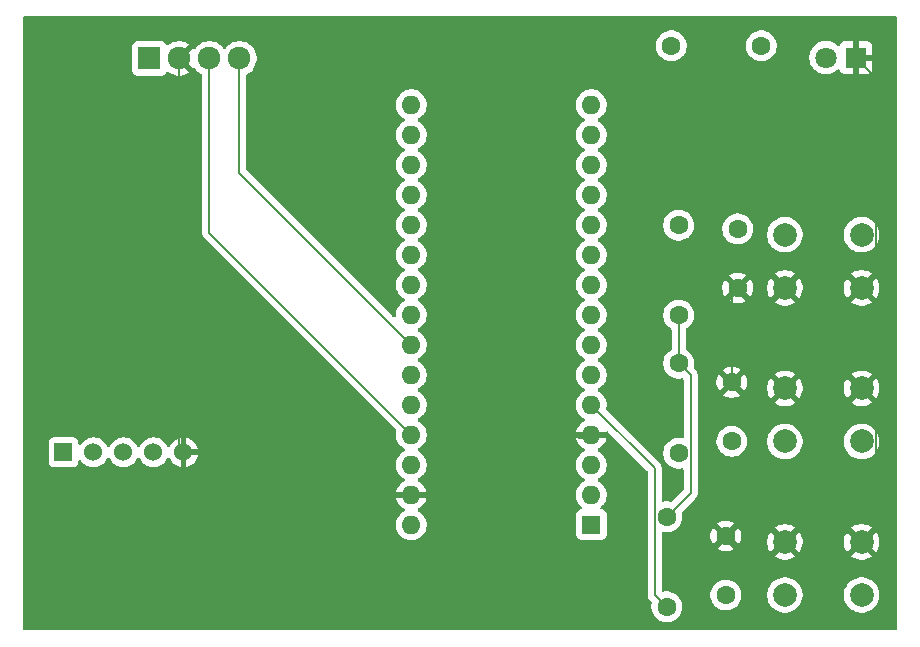
<source format=gbr>
G04 #@! TF.GenerationSoftware,KiCad,Pcbnew,9.0.4*
G04 #@! TF.CreationDate,2025-08-25T12:39:34+03:00*
G04 #@! TF.ProjectId,power supply,706f7765-7220-4737-9570-706c792e6b69,rev?*
G04 #@! TF.SameCoordinates,Original*
G04 #@! TF.FileFunction,Copper,L4,Bot*
G04 #@! TF.FilePolarity,Positive*
%FSLAX46Y46*%
G04 Gerber Fmt 4.6, Leading zero omitted, Abs format (unit mm)*
G04 Created by KiCad (PCBNEW 9.0.4) date 2025-08-25 12:39:34*
%MOMM*%
%LPD*%
G01*
G04 APERTURE LIST*
G04 #@! TA.AperFunction,ComponentPad*
%ADD10C,1.600000*%
G04 #@! TD*
G04 #@! TA.AperFunction,ComponentPad*
%ADD11C,1.800000*%
G04 #@! TD*
G04 #@! TA.AperFunction,ComponentPad*
%ADD12R,1.800000X1.800000*%
G04 #@! TD*
G04 #@! TA.AperFunction,ComponentPad*
%ADD13C,2.000000*%
G04 #@! TD*
G04 #@! TA.AperFunction,ComponentPad*
%ADD14R,1.924000X1.924000*%
G04 #@! TD*
G04 #@! TA.AperFunction,ComponentPad*
%ADD15C,1.924000*%
G04 #@! TD*
G04 #@! TA.AperFunction,ComponentPad*
%ADD16R,1.524000X1.524000*%
G04 #@! TD*
G04 #@! TA.AperFunction,ComponentPad*
%ADD17C,1.524000*%
G04 #@! TD*
G04 #@! TA.AperFunction,ComponentPad*
%ADD18R,1.600000X1.600000*%
G04 #@! TD*
G04 #@! TA.AperFunction,ComponentPad*
%ADD19O,1.600000X1.600000*%
G04 #@! TD*
G04 #@! TA.AperFunction,ViaPad*
%ADD20C,0.600000*%
G04 #@! TD*
G04 #@! TA.AperFunction,Conductor*
%ADD21C,0.200000*%
G04 #@! TD*
G04 APERTURE END LIST*
D10*
X154600000Y-76200000D03*
X146980000Y-76200000D03*
D11*
X160060000Y-77200000D03*
D12*
X162600000Y-77200000D03*
D10*
X152100000Y-109700000D03*
X152100000Y-104700000D03*
D13*
X156600000Y-105200000D03*
X163100000Y-105200000D03*
X156600000Y-109700000D03*
X163100000Y-109700000D03*
D10*
X147600000Y-103080000D03*
X147600000Y-110700000D03*
D13*
X156600000Y-92200000D03*
X163100000Y-92200000D03*
X156600000Y-96700000D03*
X163100000Y-96700000D03*
D10*
X152600000Y-96700000D03*
X152600000Y-91700000D03*
X147600000Y-91390000D03*
X147600000Y-99010000D03*
X151600000Y-117700000D03*
X151600000Y-122700000D03*
X146600000Y-123700000D03*
X146600000Y-116080000D03*
D13*
X163100000Y-122700000D03*
X156600000Y-122700000D03*
X163100000Y-118200000D03*
X156600000Y-118200000D03*
D14*
X102790000Y-77270000D03*
D15*
X105330000Y-77270000D03*
X107870000Y-77270000D03*
X110410000Y-77270000D03*
D16*
X95520000Y-110620000D03*
D17*
X98060000Y-110620000D03*
X100600000Y-110620000D03*
X103140000Y-110620000D03*
X105680000Y-110620000D03*
D18*
X140210000Y-116750000D03*
D19*
X140210000Y-114210000D03*
X140210000Y-111670000D03*
X140210000Y-109130000D03*
X140210000Y-106590000D03*
X140210000Y-104050000D03*
X140210000Y-101510000D03*
X140210000Y-98970000D03*
X140210000Y-96430000D03*
X140210000Y-93890000D03*
X140210000Y-91350000D03*
X140210000Y-88810000D03*
X140210000Y-86270000D03*
X140210000Y-83730000D03*
X140210000Y-81190000D03*
X124970000Y-81190000D03*
X124970000Y-83730000D03*
X124970000Y-86270000D03*
X124970000Y-88810000D03*
X124970000Y-91350000D03*
X124970000Y-93890000D03*
X124970000Y-96430000D03*
X124970000Y-98970000D03*
X124970000Y-101510000D03*
X124970000Y-104050000D03*
X124970000Y-106590000D03*
X124970000Y-109130000D03*
X124970000Y-111670000D03*
X124970000Y-114210000D03*
X124970000Y-116750000D03*
D20*
X139300000Y-109200000D03*
X135700000Y-112300000D03*
D21*
X164328000Y-78928000D02*
X162600000Y-77200000D01*
X164328000Y-95472000D02*
X164328000Y-78928000D01*
X105330000Y-110270000D02*
X105680000Y-110620000D01*
X105330000Y-77270000D02*
X105330000Y-110270000D01*
X107870000Y-92030000D02*
X124970000Y-109130000D01*
X107870000Y-77270000D02*
X107870000Y-92030000D01*
X110410000Y-77270000D02*
X110410000Y-86950000D01*
X110410000Y-86950000D02*
X124970000Y-101510000D01*
X135700000Y-112200000D02*
X138700000Y-109200000D01*
X135700000Y-112300000D02*
X135700000Y-112200000D01*
X138700000Y-109200000D02*
X139300000Y-109200000D01*
X145572000Y-111952000D02*
X140210000Y-106590000D01*
X145572000Y-122672000D02*
X145572000Y-111952000D01*
X146600000Y-123700000D02*
X145572000Y-122672000D01*
X164328000Y-116972000D02*
X163100000Y-118200000D01*
X164328000Y-106428000D02*
X164328000Y-116972000D01*
X163100000Y-105200000D02*
X164328000Y-106428000D01*
X148628000Y-104108000D02*
X148628000Y-114052000D01*
X147600000Y-103080000D02*
X148628000Y-104108000D01*
X148628000Y-114052000D02*
X146600000Y-116080000D01*
X147600000Y-99010000D02*
X147600000Y-103080000D01*
X152100000Y-97200000D02*
X152600000Y-96700000D01*
X152100000Y-104700000D02*
X152100000Y-97200000D01*
X163100000Y-96700000D02*
X164328000Y-95472000D01*
G04 #@! TA.AperFunction,Conductor*
G36*
X166042539Y-73720185D02*
G01*
X166088294Y-73772989D01*
X166099500Y-73824500D01*
X166099500Y-125575500D01*
X166079815Y-125642539D01*
X166027011Y-125688294D01*
X165975500Y-125699500D01*
X92224500Y-125699500D01*
X92157461Y-125679815D01*
X92111706Y-125627011D01*
X92100500Y-125575500D01*
X92100500Y-109810135D01*
X94257500Y-109810135D01*
X94257500Y-111429870D01*
X94257501Y-111429876D01*
X94263908Y-111489483D01*
X94314202Y-111624328D01*
X94314206Y-111624335D01*
X94400452Y-111739544D01*
X94400455Y-111739547D01*
X94515664Y-111825793D01*
X94515671Y-111825797D01*
X94650517Y-111876091D01*
X94650516Y-111876091D01*
X94657444Y-111876835D01*
X94710127Y-111882500D01*
X96329872Y-111882499D01*
X96389483Y-111876091D01*
X96524331Y-111825796D01*
X96639546Y-111739546D01*
X96725796Y-111624331D01*
X96776091Y-111489483D01*
X96782500Y-111429873D01*
X96782499Y-111391197D01*
X96802182Y-111324161D01*
X96854985Y-111278405D01*
X96924143Y-111268460D01*
X96987699Y-111297483D01*
X97006817Y-111318312D01*
X97097019Y-111442464D01*
X97237536Y-111582981D01*
X97398306Y-111699787D01*
X97476333Y-111739544D01*
X97575367Y-111790005D01*
X97575370Y-111790006D01*
X97669866Y-111820709D01*
X97764364Y-111851413D01*
X97960639Y-111882500D01*
X97960640Y-111882500D01*
X98159360Y-111882500D01*
X98159361Y-111882500D01*
X98355636Y-111851413D01*
X98544632Y-111790005D01*
X98721694Y-111699787D01*
X98882464Y-111582981D01*
X99022981Y-111442464D01*
X99139787Y-111281694D01*
X99219515Y-111125218D01*
X99267490Y-111074423D01*
X99335311Y-111057628D01*
X99401446Y-111080165D01*
X99440484Y-111125218D01*
X99520213Y-111281694D01*
X99637019Y-111442464D01*
X99777536Y-111582981D01*
X99938306Y-111699787D01*
X100016333Y-111739544D01*
X100115367Y-111790005D01*
X100115370Y-111790006D01*
X100209866Y-111820709D01*
X100304364Y-111851413D01*
X100500639Y-111882500D01*
X100500640Y-111882500D01*
X100699360Y-111882500D01*
X100699361Y-111882500D01*
X100895636Y-111851413D01*
X101084632Y-111790005D01*
X101261694Y-111699787D01*
X101422464Y-111582981D01*
X101562981Y-111442464D01*
X101679787Y-111281694D01*
X101759515Y-111125218D01*
X101807490Y-111074423D01*
X101875311Y-111057628D01*
X101941446Y-111080165D01*
X101980484Y-111125218D01*
X102060213Y-111281694D01*
X102177019Y-111442464D01*
X102317536Y-111582981D01*
X102478306Y-111699787D01*
X102556333Y-111739544D01*
X102655367Y-111790005D01*
X102655370Y-111790006D01*
X102749866Y-111820709D01*
X102844364Y-111851413D01*
X103040639Y-111882500D01*
X103040640Y-111882500D01*
X103239360Y-111882500D01*
X103239361Y-111882500D01*
X103435636Y-111851413D01*
X103624632Y-111790005D01*
X103801694Y-111699787D01*
X103962464Y-111582981D01*
X104102981Y-111442464D01*
X104219787Y-111281694D01*
X104299796Y-111124667D01*
X104347769Y-111073872D01*
X104415590Y-111057077D01*
X104481725Y-111079614D01*
X104520765Y-111124668D01*
X104600641Y-111281432D01*
X104717403Y-111442139D01*
X104717403Y-111442140D01*
X104857859Y-111582596D01*
X105018567Y-111699358D01*
X105195562Y-111789542D01*
X105384473Y-111850922D01*
X105430000Y-111858133D01*
X105430000Y-110908816D01*
X105446060Y-110924876D01*
X105532939Y-110975036D01*
X105629840Y-111001000D01*
X105730160Y-111001000D01*
X105827061Y-110975036D01*
X105913940Y-110924876D01*
X105930000Y-110908816D01*
X105930000Y-111858132D01*
X105975526Y-111850922D01*
X106164437Y-111789542D01*
X106341432Y-111699358D01*
X106502139Y-111582596D01*
X106502140Y-111582596D01*
X106642596Y-111442140D01*
X106642596Y-111442139D01*
X106759358Y-111281432D01*
X106849543Y-111104435D01*
X106910925Y-110915517D01*
X106918134Y-110870000D01*
X105968816Y-110870000D01*
X105984876Y-110853940D01*
X106035036Y-110767061D01*
X106061000Y-110670160D01*
X106061000Y-110569840D01*
X106035036Y-110472939D01*
X105984876Y-110386060D01*
X105968816Y-110370000D01*
X106918135Y-110370000D01*
X106918134Y-110369999D01*
X106910925Y-110324482D01*
X106849543Y-110135564D01*
X106759358Y-109958567D01*
X106642596Y-109797860D01*
X106642596Y-109797859D01*
X106502140Y-109657403D01*
X106341432Y-109540641D01*
X106164434Y-109450456D01*
X106164436Y-109450456D01*
X105975517Y-109389074D01*
X105930000Y-109381865D01*
X105930000Y-110331184D01*
X105913940Y-110315124D01*
X105827061Y-110264964D01*
X105730160Y-110239000D01*
X105629840Y-110239000D01*
X105532939Y-110264964D01*
X105446060Y-110315124D01*
X105430000Y-110331184D01*
X105430000Y-109381865D01*
X105429999Y-109381865D01*
X105384482Y-109389074D01*
X105195564Y-109450456D01*
X105018567Y-109540641D01*
X104857860Y-109657403D01*
X104857859Y-109657403D01*
X104717403Y-109797859D01*
X104717403Y-109797860D01*
X104600639Y-109958569D01*
X104520764Y-110115332D01*
X104472790Y-110166127D01*
X104404969Y-110182922D01*
X104338834Y-110160384D01*
X104299796Y-110115332D01*
X104219787Y-109958306D01*
X104102981Y-109797536D01*
X103962464Y-109657019D01*
X103801694Y-109540213D01*
X103781844Y-109530099D01*
X103624632Y-109449994D01*
X103624629Y-109449993D01*
X103435637Y-109388587D01*
X103336289Y-109372852D01*
X103239361Y-109357500D01*
X103040639Y-109357500D01*
X102975214Y-109367862D01*
X102844362Y-109388587D01*
X102655370Y-109449993D01*
X102655367Y-109449994D01*
X102478305Y-109540213D01*
X102317533Y-109657021D01*
X102177021Y-109797533D01*
X102060213Y-109958305D01*
X101980485Y-110114780D01*
X101932510Y-110165576D01*
X101864689Y-110182371D01*
X101798554Y-110159833D01*
X101759515Y-110114780D01*
X101703341Y-110004534D01*
X101679787Y-109958306D01*
X101562981Y-109797536D01*
X101422464Y-109657019D01*
X101261694Y-109540213D01*
X101241844Y-109530099D01*
X101084632Y-109449994D01*
X101084629Y-109449993D01*
X100895637Y-109388587D01*
X100796289Y-109372852D01*
X100699361Y-109357500D01*
X100500639Y-109357500D01*
X100435214Y-109367862D01*
X100304362Y-109388587D01*
X100115370Y-109449993D01*
X100115367Y-109449994D01*
X99938305Y-109540213D01*
X99777533Y-109657021D01*
X99637021Y-109797533D01*
X99520213Y-109958305D01*
X99440485Y-110114780D01*
X99392510Y-110165576D01*
X99324689Y-110182371D01*
X99258554Y-110159833D01*
X99219515Y-110114780D01*
X99163341Y-110004534D01*
X99139787Y-109958306D01*
X99022981Y-109797536D01*
X98882464Y-109657019D01*
X98721694Y-109540213D01*
X98701844Y-109530099D01*
X98544632Y-109449994D01*
X98544629Y-109449993D01*
X98355637Y-109388587D01*
X98256289Y-109372852D01*
X98159361Y-109357500D01*
X97960639Y-109357500D01*
X97895214Y-109367862D01*
X97764362Y-109388587D01*
X97575370Y-109449993D01*
X97575367Y-109449994D01*
X97398305Y-109540213D01*
X97237533Y-109657021D01*
X97097021Y-109797533D01*
X97097021Y-109797534D01*
X97097019Y-109797536D01*
X97082081Y-109818097D01*
X97006817Y-109921688D01*
X96951487Y-109964353D01*
X96881873Y-109970332D01*
X96820078Y-109937726D01*
X96785721Y-109876887D01*
X96782499Y-109848802D01*
X96782499Y-109810129D01*
X96782498Y-109810123D01*
X96782497Y-109810116D01*
X96776091Y-109750517D01*
X96741219Y-109657021D01*
X96725797Y-109615671D01*
X96725793Y-109615664D01*
X96639547Y-109500455D01*
X96639544Y-109500452D01*
X96524335Y-109414206D01*
X96524328Y-109414202D01*
X96389482Y-109363908D01*
X96389483Y-109363908D01*
X96329883Y-109357501D01*
X96329881Y-109357500D01*
X96329873Y-109357500D01*
X96329864Y-109357500D01*
X94710129Y-109357500D01*
X94710123Y-109357501D01*
X94650516Y-109363908D01*
X94515671Y-109414202D01*
X94515664Y-109414206D01*
X94400455Y-109500452D01*
X94400452Y-109500455D01*
X94314206Y-109615664D01*
X94314202Y-109615671D01*
X94263908Y-109750517D01*
X94258819Y-109797859D01*
X94257501Y-109810123D01*
X94257500Y-109810135D01*
X92100500Y-109810135D01*
X92100500Y-76260135D01*
X101327500Y-76260135D01*
X101327500Y-78279870D01*
X101327501Y-78279876D01*
X101333908Y-78339483D01*
X101384202Y-78474328D01*
X101384206Y-78474335D01*
X101470452Y-78589544D01*
X101470455Y-78589547D01*
X101585664Y-78675793D01*
X101585671Y-78675797D01*
X101720517Y-78726091D01*
X101720516Y-78726091D01*
X101727444Y-78726835D01*
X101780127Y-78732500D01*
X103799872Y-78732499D01*
X103859483Y-78726091D01*
X103994331Y-78675796D01*
X104109546Y-78589546D01*
X104195796Y-78474331D01*
X104203689Y-78453168D01*
X104245558Y-78397236D01*
X104311022Y-78372817D01*
X104379295Y-78387667D01*
X104392757Y-78396183D01*
X104563744Y-78520414D01*
X104768782Y-78624887D01*
X104987646Y-78696001D01*
X105214933Y-78732000D01*
X105445067Y-78732000D01*
X105672353Y-78696001D01*
X105891217Y-78624887D01*
X106096255Y-78520414D01*
X106171899Y-78465454D01*
X106171899Y-78465453D01*
X105443895Y-77737449D01*
X105515659Y-77718221D01*
X105625341Y-77654896D01*
X105714896Y-77565341D01*
X105778221Y-77455659D01*
X105797449Y-77383895D01*
X106525453Y-78111899D01*
X106548249Y-78110105D01*
X106554699Y-78105132D01*
X106624312Y-78099151D01*
X106686108Y-78131755D01*
X106700006Y-78147795D01*
X106754468Y-78222755D01*
X106917245Y-78385532D01*
X107103483Y-78520842D01*
X107201796Y-78570935D01*
X107252591Y-78618908D01*
X107269500Y-78681419D01*
X107269500Y-91943330D01*
X107269499Y-91943348D01*
X107269499Y-92109054D01*
X107269498Y-92109054D01*
X107269499Y-92109057D01*
X107310423Y-92261785D01*
X107317492Y-92274029D01*
X107317494Y-92274037D01*
X107317497Y-92274036D01*
X107389479Y-92398714D01*
X107389481Y-92398717D01*
X107508349Y-92517585D01*
X107508355Y-92517590D01*
X123675922Y-108685157D01*
X123709407Y-108746480D01*
X123706173Y-108811155D01*
X123701522Y-108825468D01*
X123669500Y-109027648D01*
X123669500Y-109232351D01*
X123701522Y-109434534D01*
X123764781Y-109629223D01*
X123828691Y-109754653D01*
X123856961Y-109810135D01*
X123857715Y-109811613D01*
X123978028Y-109977213D01*
X124122786Y-110121971D01*
X124231261Y-110200781D01*
X124288390Y-110242287D01*
X124354540Y-110275992D01*
X124381080Y-110289515D01*
X124431876Y-110337490D01*
X124448671Y-110405311D01*
X124426134Y-110471446D01*
X124381080Y-110510485D01*
X124288386Y-110557715D01*
X124122786Y-110678028D01*
X123978028Y-110822786D01*
X123857715Y-110988386D01*
X123764781Y-111170776D01*
X123701522Y-111365465D01*
X123669500Y-111567648D01*
X123669500Y-111772351D01*
X123701522Y-111974534D01*
X123764781Y-112169223D01*
X123857715Y-112351613D01*
X123978028Y-112517213D01*
X124122786Y-112661971D01*
X124277749Y-112774556D01*
X124288390Y-112782287D01*
X124360424Y-112818990D01*
X124381629Y-112829795D01*
X124432425Y-112877770D01*
X124449220Y-112945591D01*
X124426682Y-113011726D01*
X124381629Y-113050765D01*
X124288650Y-113098140D01*
X124123105Y-113218417D01*
X124123104Y-113218417D01*
X123978417Y-113363104D01*
X123978417Y-113363105D01*
X123858140Y-113528650D01*
X123765244Y-113710970D01*
X123702009Y-113905586D01*
X123693391Y-113960000D01*
X124536988Y-113960000D01*
X124504075Y-114017007D01*
X124470000Y-114144174D01*
X124470000Y-114275826D01*
X124504075Y-114402993D01*
X124536988Y-114460000D01*
X123693391Y-114460000D01*
X123702009Y-114514413D01*
X123765244Y-114709029D01*
X123858140Y-114891349D01*
X123978417Y-115056894D01*
X123978417Y-115056895D01*
X124123104Y-115201582D01*
X124288652Y-115321861D01*
X124381628Y-115369234D01*
X124432425Y-115417208D01*
X124449220Y-115485029D01*
X124426683Y-115551164D01*
X124381630Y-115590203D01*
X124288388Y-115637713D01*
X124122786Y-115758028D01*
X123978028Y-115902786D01*
X123857715Y-116068386D01*
X123764781Y-116250776D01*
X123701522Y-116445465D01*
X123669500Y-116647648D01*
X123669500Y-116852351D01*
X123701522Y-117054534D01*
X123764781Y-117249223D01*
X123816868Y-117351448D01*
X123845248Y-117407147D01*
X123857715Y-117431613D01*
X123978028Y-117597213D01*
X124122786Y-117741971D01*
X124277526Y-117854394D01*
X124288390Y-117862287D01*
X124377212Y-117907544D01*
X124470776Y-117955218D01*
X124470778Y-117955218D01*
X124470781Y-117955220D01*
X124570769Y-117987708D01*
X124665465Y-118018477D01*
X124766557Y-118034488D01*
X124867648Y-118050500D01*
X124867649Y-118050500D01*
X125072351Y-118050500D01*
X125072352Y-118050500D01*
X125274534Y-118018477D01*
X125469219Y-117955220D01*
X125651610Y-117862287D01*
X125792549Y-117759890D01*
X125817213Y-117741971D01*
X125817215Y-117741968D01*
X125817219Y-117741966D01*
X125961966Y-117597219D01*
X125961968Y-117597215D01*
X125961971Y-117597213D01*
X126051354Y-117474186D01*
X126082287Y-117431610D01*
X126175220Y-117249219D01*
X126238477Y-117054534D01*
X126270500Y-116852352D01*
X126270500Y-116647648D01*
X126238477Y-116445466D01*
X126175220Y-116250781D01*
X126175218Y-116250778D01*
X126175218Y-116250776D01*
X126140353Y-116182351D01*
X126082287Y-116068390D01*
X126016360Y-115977648D01*
X125961971Y-115902786D01*
X125817213Y-115758028D01*
X125651611Y-115637713D01*
X125558369Y-115590203D01*
X125507574Y-115542229D01*
X125490779Y-115474407D01*
X125513317Y-115408273D01*
X125558371Y-115369234D01*
X125651347Y-115321861D01*
X125816894Y-115201582D01*
X125816895Y-115201582D01*
X125961582Y-115056895D01*
X125961582Y-115056894D01*
X126081859Y-114891349D01*
X126174755Y-114709029D01*
X126237990Y-114514413D01*
X126246609Y-114460000D01*
X125403012Y-114460000D01*
X125435925Y-114402993D01*
X125470000Y-114275826D01*
X125470000Y-114144174D01*
X125435925Y-114017007D01*
X125403012Y-113960000D01*
X126246609Y-113960000D01*
X126237990Y-113905586D01*
X126174755Y-113710970D01*
X126081859Y-113528650D01*
X125961582Y-113363105D01*
X125961582Y-113363104D01*
X125816895Y-113218417D01*
X125651349Y-113098140D01*
X125558370Y-113050765D01*
X125507574Y-113002790D01*
X125490779Y-112934969D01*
X125513316Y-112868835D01*
X125558370Y-112829795D01*
X125558920Y-112829515D01*
X125651610Y-112782287D01*
X125672770Y-112766913D01*
X125817213Y-112661971D01*
X125817215Y-112661968D01*
X125817219Y-112661966D01*
X125961966Y-112517219D01*
X125961968Y-112517215D01*
X125961971Y-112517213D01*
X126014732Y-112444590D01*
X126082287Y-112351610D01*
X126175220Y-112169219D01*
X126238477Y-111974534D01*
X126270500Y-111772352D01*
X126270500Y-111567648D01*
X126250673Y-111442465D01*
X126238477Y-111365465D01*
X126175218Y-111170776D01*
X126125842Y-111073872D01*
X126082287Y-110988390D01*
X126072585Y-110975036D01*
X125961971Y-110822786D01*
X125817213Y-110678028D01*
X125651614Y-110557715D01*
X125631014Y-110547219D01*
X125558917Y-110510483D01*
X125508123Y-110462511D01*
X125491328Y-110394690D01*
X125513865Y-110328555D01*
X125558917Y-110289516D01*
X125651610Y-110242287D01*
X125708739Y-110200781D01*
X125817213Y-110121971D01*
X125817215Y-110121968D01*
X125817219Y-110121966D01*
X125961966Y-109977219D01*
X125961968Y-109977215D01*
X125961971Y-109977213D01*
X126052371Y-109852786D01*
X126082287Y-109811610D01*
X126175220Y-109629219D01*
X126238477Y-109434534D01*
X126270500Y-109232352D01*
X126270500Y-109027648D01*
X126248115Y-108886315D01*
X126238477Y-108825465D01*
X126175218Y-108630776D01*
X126105924Y-108494781D01*
X126082287Y-108448390D01*
X126046767Y-108399500D01*
X125961971Y-108282786D01*
X125817213Y-108138028D01*
X125651614Y-108017715D01*
X125645006Y-108014348D01*
X125558917Y-107970483D01*
X125508123Y-107922511D01*
X125491328Y-107854690D01*
X125513865Y-107788555D01*
X125558917Y-107749516D01*
X125651610Y-107702287D01*
X125672770Y-107686913D01*
X125817213Y-107581971D01*
X125817215Y-107581968D01*
X125817219Y-107581966D01*
X125961966Y-107437219D01*
X125961968Y-107437215D01*
X125961971Y-107437213D01*
X126014732Y-107364590D01*
X126082287Y-107271610D01*
X126175220Y-107089219D01*
X126238477Y-106894534D01*
X126270500Y-106692352D01*
X126270500Y-106487648D01*
X126238477Y-106285466D01*
X126175220Y-106090781D01*
X126175218Y-106090778D01*
X126175218Y-106090776D01*
X126141503Y-106024607D01*
X126082287Y-105908390D01*
X126012154Y-105811859D01*
X125961971Y-105742786D01*
X125817213Y-105598028D01*
X125651614Y-105477715D01*
X125645006Y-105474348D01*
X125558917Y-105430483D01*
X125508123Y-105382511D01*
X125491328Y-105314690D01*
X125513865Y-105248555D01*
X125558917Y-105209516D01*
X125651610Y-105162287D01*
X125699365Y-105127591D01*
X125817213Y-105041971D01*
X125817215Y-105041968D01*
X125817219Y-105041966D01*
X125961966Y-104897219D01*
X125961968Y-104897215D01*
X125961971Y-104897213D01*
X126030916Y-104802317D01*
X126082287Y-104731610D01*
X126175220Y-104549219D01*
X126238477Y-104354534D01*
X126270500Y-104152352D01*
X126270500Y-103947648D01*
X126248682Y-103809897D01*
X126238477Y-103745465D01*
X126197881Y-103620524D01*
X126175220Y-103550781D01*
X126175218Y-103550778D01*
X126175218Y-103550776D01*
X126141503Y-103484607D01*
X126082287Y-103368390D01*
X126074556Y-103357749D01*
X125961971Y-103202786D01*
X125817213Y-103058028D01*
X125651614Y-102937715D01*
X125645006Y-102934348D01*
X125558917Y-102890483D01*
X125508123Y-102842511D01*
X125491328Y-102774690D01*
X125513865Y-102708555D01*
X125558917Y-102669516D01*
X125651610Y-102622287D01*
X125708739Y-102580781D01*
X125817213Y-102501971D01*
X125817215Y-102501968D01*
X125817219Y-102501966D01*
X125961966Y-102357219D01*
X125961968Y-102357215D01*
X125961971Y-102357213D01*
X126052371Y-102232786D01*
X126082287Y-102191610D01*
X126175220Y-102009219D01*
X126238477Y-101814534D01*
X126270500Y-101612352D01*
X126270500Y-101407648D01*
X126238477Y-101205466D01*
X126175220Y-101010781D01*
X126175218Y-101010778D01*
X126175218Y-101010776D01*
X126141503Y-100944607D01*
X126082287Y-100828390D01*
X126074556Y-100817749D01*
X125961971Y-100662786D01*
X125817213Y-100518028D01*
X125651614Y-100397715D01*
X125645006Y-100394348D01*
X125558917Y-100350483D01*
X125508123Y-100302511D01*
X125491328Y-100234690D01*
X125513865Y-100168555D01*
X125558917Y-100129516D01*
X125651610Y-100082287D01*
X125672770Y-100066913D01*
X125817213Y-99961971D01*
X125817215Y-99961968D01*
X125817219Y-99961966D01*
X125961966Y-99817219D01*
X125961968Y-99817215D01*
X125961971Y-99817213D01*
X126053223Y-99691613D01*
X126082287Y-99651610D01*
X126175220Y-99469219D01*
X126238477Y-99274534D01*
X126270500Y-99072352D01*
X126270500Y-98867648D01*
X126238477Y-98665465D01*
X126175218Y-98470776D01*
X126141503Y-98404607D01*
X126082287Y-98288390D01*
X126074556Y-98277749D01*
X125961971Y-98122786D01*
X125817213Y-97978028D01*
X125651614Y-97857715D01*
X125622145Y-97842700D01*
X125558917Y-97810483D01*
X125508123Y-97762511D01*
X125491328Y-97694690D01*
X125513865Y-97628555D01*
X125558917Y-97589516D01*
X125651610Y-97542287D01*
X125728844Y-97486174D01*
X125817213Y-97421971D01*
X125817215Y-97421968D01*
X125817219Y-97421966D01*
X125961966Y-97277219D01*
X125961968Y-97277215D01*
X125961971Y-97277213D01*
X126018772Y-97199031D01*
X126082287Y-97111610D01*
X126175220Y-96929219D01*
X126238477Y-96734534D01*
X126270500Y-96532352D01*
X126270500Y-96327648D01*
X126238477Y-96125466D01*
X126175220Y-95930781D01*
X126175218Y-95930778D01*
X126175218Y-95930776D01*
X126124324Y-95830893D01*
X126082287Y-95748390D01*
X126074556Y-95737749D01*
X125961971Y-95582786D01*
X125817213Y-95438028D01*
X125651614Y-95317715D01*
X125636270Y-95309897D01*
X125558917Y-95270483D01*
X125508123Y-95222511D01*
X125491328Y-95154690D01*
X125513865Y-95088555D01*
X125558917Y-95049516D01*
X125651610Y-95002287D01*
X125672770Y-94986913D01*
X125817213Y-94881971D01*
X125817215Y-94881968D01*
X125817219Y-94881966D01*
X125961966Y-94737219D01*
X125961968Y-94737215D01*
X125961971Y-94737213D01*
X126014732Y-94664590D01*
X126082287Y-94571610D01*
X126175220Y-94389219D01*
X126238477Y-94194534D01*
X126270500Y-93992352D01*
X126270500Y-93787648D01*
X126238477Y-93585466D01*
X126175220Y-93390781D01*
X126175218Y-93390778D01*
X126175218Y-93390776D01*
X126141503Y-93324607D01*
X126082287Y-93208390D01*
X126059852Y-93177510D01*
X125961971Y-93042786D01*
X125817213Y-92898028D01*
X125651614Y-92777715D01*
X125645006Y-92774348D01*
X125558917Y-92730483D01*
X125508123Y-92682511D01*
X125491328Y-92614690D01*
X125513865Y-92548555D01*
X125558917Y-92509516D01*
X125651610Y-92462287D01*
X125672770Y-92446913D01*
X125817213Y-92341971D01*
X125817215Y-92341968D01*
X125817219Y-92341966D01*
X125961966Y-92197219D01*
X125961968Y-92197215D01*
X125961971Y-92197213D01*
X126026021Y-92109054D01*
X126082287Y-92031610D01*
X126175220Y-91849219D01*
X126238477Y-91654534D01*
X126270500Y-91452352D01*
X126270500Y-91247648D01*
X126263076Y-91200776D01*
X126238477Y-91045465D01*
X126175871Y-90852786D01*
X126175220Y-90850781D01*
X126175218Y-90850778D01*
X126175218Y-90850776D01*
X126141503Y-90784607D01*
X126082287Y-90668390D01*
X126023674Y-90587715D01*
X125961971Y-90502786D01*
X125817213Y-90358028D01*
X125651614Y-90237715D01*
X125645006Y-90234348D01*
X125558917Y-90190483D01*
X125508123Y-90142511D01*
X125491328Y-90074690D01*
X125513865Y-90008555D01*
X125558917Y-89969516D01*
X125651610Y-89922287D01*
X125672770Y-89906913D01*
X125817213Y-89801971D01*
X125817215Y-89801968D01*
X125817219Y-89801966D01*
X125961966Y-89657219D01*
X125961968Y-89657215D01*
X125961971Y-89657213D01*
X126014732Y-89584590D01*
X126082287Y-89491610D01*
X126175220Y-89309219D01*
X126238477Y-89114534D01*
X126270500Y-88912352D01*
X126270500Y-88707648D01*
X126238477Y-88505466D01*
X126175220Y-88310781D01*
X126175218Y-88310778D01*
X126175218Y-88310776D01*
X126141503Y-88244607D01*
X126082287Y-88128390D01*
X126074556Y-88117749D01*
X125961971Y-87962786D01*
X125817213Y-87818028D01*
X125651614Y-87697715D01*
X125645006Y-87694348D01*
X125558917Y-87650483D01*
X125508123Y-87602511D01*
X125491328Y-87534690D01*
X125513865Y-87468555D01*
X125558917Y-87429516D01*
X125651610Y-87382287D01*
X125672770Y-87366913D01*
X125817213Y-87261971D01*
X125817215Y-87261968D01*
X125817219Y-87261966D01*
X125961966Y-87117219D01*
X125961968Y-87117215D01*
X125961971Y-87117213D01*
X126026021Y-87029054D01*
X126082287Y-86951610D01*
X126175220Y-86769219D01*
X126238477Y-86574534D01*
X126270500Y-86372352D01*
X126270500Y-86167648D01*
X126238477Y-85965466D01*
X126175220Y-85770781D01*
X126175218Y-85770778D01*
X126175218Y-85770776D01*
X126141503Y-85704607D01*
X126082287Y-85588390D01*
X126074556Y-85577749D01*
X125961971Y-85422786D01*
X125817213Y-85278028D01*
X125651614Y-85157715D01*
X125645006Y-85154348D01*
X125558917Y-85110483D01*
X125508123Y-85062511D01*
X125491328Y-84994690D01*
X125513865Y-84928555D01*
X125558917Y-84889516D01*
X125651610Y-84842287D01*
X125672770Y-84826913D01*
X125817213Y-84721971D01*
X125817215Y-84721968D01*
X125817219Y-84721966D01*
X125961966Y-84577219D01*
X125961968Y-84577215D01*
X125961971Y-84577213D01*
X126014732Y-84504590D01*
X126082287Y-84411610D01*
X126175220Y-84229219D01*
X126238477Y-84034534D01*
X126270500Y-83832352D01*
X126270500Y-83627648D01*
X126238477Y-83425466D01*
X126175220Y-83230781D01*
X126175218Y-83230778D01*
X126175218Y-83230776D01*
X126141503Y-83164607D01*
X126082287Y-83048390D01*
X126074556Y-83037749D01*
X125961971Y-82882786D01*
X125817213Y-82738028D01*
X125651614Y-82617715D01*
X125645006Y-82614348D01*
X125558917Y-82570483D01*
X125508123Y-82522511D01*
X125491328Y-82454690D01*
X125513865Y-82388555D01*
X125558917Y-82349516D01*
X125651610Y-82302287D01*
X125672770Y-82286913D01*
X125817213Y-82181971D01*
X125817215Y-82181968D01*
X125817219Y-82181966D01*
X125961966Y-82037219D01*
X125961968Y-82037215D01*
X125961971Y-82037213D01*
X126014732Y-81964590D01*
X126082287Y-81871610D01*
X126175220Y-81689219D01*
X126238477Y-81494534D01*
X126270500Y-81292352D01*
X126270500Y-81087648D01*
X138909500Y-81087648D01*
X138909500Y-81292351D01*
X138941522Y-81494534D01*
X139004781Y-81689223D01*
X139097715Y-81871613D01*
X139218028Y-82037213D01*
X139362786Y-82181971D01*
X139517749Y-82294556D01*
X139528390Y-82302287D01*
X139619840Y-82348883D01*
X139621080Y-82349515D01*
X139671876Y-82397490D01*
X139688671Y-82465311D01*
X139666134Y-82531446D01*
X139621080Y-82570485D01*
X139528386Y-82617715D01*
X139362786Y-82738028D01*
X139218028Y-82882786D01*
X139097715Y-83048386D01*
X139004781Y-83230776D01*
X138941522Y-83425465D01*
X138909500Y-83627648D01*
X138909500Y-83832351D01*
X138941522Y-84034534D01*
X139004781Y-84229223D01*
X139097715Y-84411613D01*
X139218028Y-84577213D01*
X139362786Y-84721971D01*
X139517749Y-84834556D01*
X139528390Y-84842287D01*
X139619840Y-84888883D01*
X139621080Y-84889515D01*
X139671876Y-84937490D01*
X139688671Y-85005311D01*
X139666134Y-85071446D01*
X139621080Y-85110485D01*
X139528386Y-85157715D01*
X139362786Y-85278028D01*
X139218028Y-85422786D01*
X139097715Y-85588386D01*
X139004781Y-85770776D01*
X138941522Y-85965465D01*
X138909500Y-86167648D01*
X138909500Y-86372351D01*
X138941522Y-86574534D01*
X139004781Y-86769223D01*
X139097715Y-86951613D01*
X139218028Y-87117213D01*
X139362786Y-87261971D01*
X139517749Y-87374556D01*
X139528390Y-87382287D01*
X139619840Y-87428883D01*
X139621080Y-87429515D01*
X139671876Y-87477490D01*
X139688671Y-87545311D01*
X139666134Y-87611446D01*
X139621080Y-87650485D01*
X139528386Y-87697715D01*
X139362786Y-87818028D01*
X139218028Y-87962786D01*
X139097715Y-88128386D01*
X139004781Y-88310776D01*
X138941522Y-88505465D01*
X138909500Y-88707648D01*
X138909500Y-88912351D01*
X138941522Y-89114534D01*
X139004781Y-89309223D01*
X139097715Y-89491613D01*
X139218028Y-89657213D01*
X139362786Y-89801971D01*
X139517749Y-89914556D01*
X139528390Y-89922287D01*
X139619840Y-89968883D01*
X139621080Y-89969515D01*
X139671876Y-90017490D01*
X139688671Y-90085311D01*
X139666134Y-90151446D01*
X139621080Y-90190485D01*
X139528386Y-90237715D01*
X139362786Y-90358028D01*
X139218028Y-90502786D01*
X139097715Y-90668386D01*
X139004781Y-90850776D01*
X138941522Y-91045465D01*
X138909500Y-91247648D01*
X138909500Y-91452351D01*
X138941522Y-91654534D01*
X139004781Y-91849223D01*
X139097715Y-92031613D01*
X139218028Y-92197213D01*
X139362786Y-92341971D01*
X139517749Y-92454556D01*
X139528390Y-92462287D01*
X139619840Y-92508883D01*
X139621080Y-92509515D01*
X139671876Y-92557490D01*
X139688671Y-92625311D01*
X139666134Y-92691446D01*
X139621080Y-92730485D01*
X139528386Y-92777715D01*
X139362786Y-92898028D01*
X139218028Y-93042786D01*
X139097715Y-93208386D01*
X139004781Y-93390776D01*
X138941522Y-93585465D01*
X138909500Y-93787648D01*
X138909500Y-93992351D01*
X138941522Y-94194534D01*
X139004781Y-94389223D01*
X139097715Y-94571613D01*
X139218028Y-94737213D01*
X139362786Y-94881971D01*
X139517749Y-94994556D01*
X139528390Y-95002287D01*
X139619840Y-95048883D01*
X139621080Y-95049515D01*
X139671876Y-95097490D01*
X139688671Y-95165311D01*
X139666134Y-95231446D01*
X139621080Y-95270485D01*
X139528386Y-95317715D01*
X139362786Y-95438028D01*
X139218028Y-95582786D01*
X139097715Y-95748386D01*
X139004781Y-95930776D01*
X138941522Y-96125465D01*
X138909500Y-96327648D01*
X138909500Y-96532351D01*
X138941522Y-96734534D01*
X139004781Y-96929223D01*
X139043095Y-97004417D01*
X139091797Y-97100000D01*
X139097715Y-97111613D01*
X139218028Y-97277213D01*
X139362786Y-97421971D01*
X139451156Y-97486174D01*
X139528390Y-97542287D01*
X139619840Y-97588883D01*
X139621080Y-97589515D01*
X139671876Y-97637490D01*
X139688671Y-97705311D01*
X139666134Y-97771446D01*
X139621080Y-97810485D01*
X139528386Y-97857715D01*
X139362786Y-97978028D01*
X139218028Y-98122786D01*
X139097715Y-98288386D01*
X139004781Y-98470776D01*
X138941522Y-98665465D01*
X138909500Y-98867648D01*
X138909500Y-99072351D01*
X138941522Y-99274534D01*
X139004781Y-99469223D01*
X139097715Y-99651613D01*
X139218028Y-99817213D01*
X139362786Y-99961971D01*
X139517749Y-100074556D01*
X139528390Y-100082287D01*
X139619840Y-100128883D01*
X139621080Y-100129515D01*
X139671876Y-100177490D01*
X139688671Y-100245311D01*
X139666134Y-100311446D01*
X139621080Y-100350485D01*
X139528386Y-100397715D01*
X139362786Y-100518028D01*
X139218028Y-100662786D01*
X139097715Y-100828386D01*
X139004781Y-101010776D01*
X138941522Y-101205465D01*
X138909500Y-101407648D01*
X138909500Y-101612351D01*
X138941522Y-101814534D01*
X139004781Y-102009223D01*
X139097715Y-102191613D01*
X139218028Y-102357213D01*
X139362786Y-102501971D01*
X139471261Y-102580781D01*
X139528390Y-102622287D01*
X139619840Y-102668883D01*
X139621080Y-102669515D01*
X139671876Y-102717490D01*
X139688671Y-102785311D01*
X139666134Y-102851446D01*
X139621080Y-102890485D01*
X139528386Y-102937715D01*
X139362786Y-103058028D01*
X139218028Y-103202786D01*
X139097715Y-103368386D01*
X139004781Y-103550776D01*
X138941522Y-103745465D01*
X138909500Y-103947648D01*
X138909500Y-104152351D01*
X138941522Y-104354534D01*
X139004781Y-104549223D01*
X139068691Y-104674653D01*
X139081607Y-104700001D01*
X139097715Y-104731613D01*
X139218028Y-104897213D01*
X139362786Y-105041971D01*
X139517749Y-105154556D01*
X139528390Y-105162287D01*
X139600504Y-105199031D01*
X139621080Y-105209515D01*
X139671876Y-105257490D01*
X139688671Y-105325311D01*
X139666134Y-105391446D01*
X139621080Y-105430485D01*
X139528386Y-105477715D01*
X139362786Y-105598028D01*
X139218028Y-105742786D01*
X139097715Y-105908386D01*
X139004781Y-106090776D01*
X138941522Y-106285465D01*
X138909500Y-106487648D01*
X138909500Y-106692351D01*
X138941522Y-106894534D01*
X139004781Y-107089223D01*
X139097715Y-107271613D01*
X139218028Y-107437213D01*
X139362786Y-107581971D01*
X139517749Y-107694556D01*
X139528390Y-107702287D01*
X139600424Y-107738990D01*
X139621629Y-107749795D01*
X139672425Y-107797770D01*
X139689220Y-107865591D01*
X139666682Y-107931726D01*
X139621629Y-107970765D01*
X139528650Y-108018140D01*
X139363105Y-108138417D01*
X139363104Y-108138417D01*
X139218417Y-108283104D01*
X139218417Y-108283105D01*
X139098140Y-108448650D01*
X139005244Y-108630970D01*
X138942009Y-108825586D01*
X138933391Y-108880000D01*
X139776988Y-108880000D01*
X139744075Y-108937007D01*
X139710000Y-109064174D01*
X139710000Y-109195826D01*
X139744075Y-109322993D01*
X139776988Y-109380000D01*
X138933391Y-109380000D01*
X138942009Y-109434413D01*
X139005244Y-109629029D01*
X139098140Y-109811349D01*
X139218417Y-109976894D01*
X139218417Y-109976895D01*
X139363104Y-110121582D01*
X139528652Y-110241861D01*
X139621628Y-110289234D01*
X139672425Y-110337208D01*
X139689220Y-110405029D01*
X139666683Y-110471164D01*
X139621630Y-110510203D01*
X139528388Y-110557713D01*
X139362786Y-110678028D01*
X139218028Y-110822786D01*
X139097715Y-110988386D01*
X139004781Y-111170776D01*
X138941522Y-111365465D01*
X138909500Y-111567648D01*
X138909500Y-111772351D01*
X138941522Y-111974534D01*
X139004781Y-112169223D01*
X139097715Y-112351613D01*
X139218028Y-112517213D01*
X139362786Y-112661971D01*
X139517749Y-112774556D01*
X139528390Y-112782287D01*
X139619840Y-112828883D01*
X139621080Y-112829515D01*
X139671876Y-112877490D01*
X139688671Y-112945311D01*
X139666134Y-113011446D01*
X139621080Y-113050485D01*
X139528386Y-113097715D01*
X139362786Y-113218028D01*
X139218028Y-113362786D01*
X139097715Y-113528386D01*
X139004781Y-113710776D01*
X138941522Y-113905465D01*
X138909500Y-114107648D01*
X138909500Y-114312351D01*
X138941522Y-114514534D01*
X139004781Y-114709223D01*
X139097715Y-114891613D01*
X139218028Y-115057213D01*
X139362784Y-115201969D01*
X139399068Y-115228330D01*
X139441735Y-115283659D01*
X139447715Y-115353273D01*
X139415109Y-115415068D01*
X139354271Y-115449426D01*
X139339440Y-115451938D01*
X139302519Y-115455907D01*
X139167671Y-115506202D01*
X139167664Y-115506206D01*
X139052455Y-115592452D01*
X139052452Y-115592455D01*
X138966206Y-115707664D01*
X138966202Y-115707671D01*
X138915908Y-115842517D01*
X138909501Y-115902116D01*
X138909501Y-115902123D01*
X138909500Y-115902135D01*
X138909500Y-117597870D01*
X138909501Y-117597876D01*
X138915908Y-117657483D01*
X138966202Y-117792328D01*
X138966206Y-117792335D01*
X139052452Y-117907544D01*
X139052455Y-117907547D01*
X139167664Y-117993793D01*
X139167671Y-117993797D01*
X139302517Y-118044091D01*
X139302516Y-118044091D01*
X139309444Y-118044835D01*
X139362127Y-118050500D01*
X141057872Y-118050499D01*
X141117483Y-118044091D01*
X141252331Y-117993796D01*
X141367546Y-117907546D01*
X141453796Y-117792331D01*
X141504091Y-117657483D01*
X141510500Y-117597873D01*
X141510499Y-115902128D01*
X141504091Y-115842517D01*
X141453796Y-115707669D01*
X141453795Y-115707668D01*
X141453793Y-115707664D01*
X141367547Y-115592455D01*
X141367544Y-115592452D01*
X141252335Y-115506206D01*
X141252328Y-115506202D01*
X141117482Y-115455908D01*
X141117483Y-115455908D01*
X141080560Y-115451939D01*
X141016009Y-115425201D01*
X140976160Y-115367809D01*
X140973667Y-115297984D01*
X141009319Y-115237895D01*
X141020930Y-115228331D01*
X141057219Y-115201966D01*
X141201966Y-115057219D01*
X141201968Y-115057215D01*
X141201971Y-115057213D01*
X141254732Y-114984590D01*
X141322287Y-114891610D01*
X141415220Y-114709219D01*
X141478477Y-114514534D01*
X141510500Y-114312352D01*
X141510500Y-114107648D01*
X141496144Y-114017007D01*
X141478477Y-113905465D01*
X141415218Y-113710776D01*
X141322419Y-113528650D01*
X141322287Y-113528390D01*
X141314556Y-113517749D01*
X141201971Y-113362786D01*
X141057213Y-113218028D01*
X140891614Y-113097715D01*
X140885006Y-113094348D01*
X140798917Y-113050483D01*
X140748123Y-113002511D01*
X140731328Y-112934690D01*
X140753865Y-112868555D01*
X140798917Y-112829516D01*
X140891610Y-112782287D01*
X140912770Y-112766913D01*
X141057213Y-112661971D01*
X141057215Y-112661968D01*
X141057219Y-112661966D01*
X141201966Y-112517219D01*
X141201968Y-112517215D01*
X141201971Y-112517213D01*
X141254732Y-112444590D01*
X141322287Y-112351610D01*
X141415220Y-112169219D01*
X141478477Y-111974534D01*
X141510500Y-111772352D01*
X141510500Y-111567648D01*
X141490673Y-111442465D01*
X141478477Y-111365465D01*
X141415218Y-111170776D01*
X141365842Y-111073872D01*
X141322287Y-110988390D01*
X141312585Y-110975036D01*
X141201971Y-110822786D01*
X141057213Y-110678028D01*
X140891611Y-110557713D01*
X140798369Y-110510203D01*
X140747574Y-110462229D01*
X140730779Y-110394407D01*
X140753317Y-110328273D01*
X140798371Y-110289234D01*
X140891347Y-110241861D01*
X141056894Y-110121582D01*
X141056895Y-110121582D01*
X141201582Y-109976895D01*
X141201582Y-109976894D01*
X141321859Y-109811349D01*
X141414755Y-109629029D01*
X141477990Y-109434413D01*
X141486609Y-109380000D01*
X140643012Y-109380000D01*
X140675925Y-109322993D01*
X140710000Y-109195826D01*
X140710000Y-109064174D01*
X140675925Y-108937007D01*
X140643012Y-108880000D01*
X141495735Y-108880000D01*
X141533614Y-108855272D01*
X141603482Y-108854772D01*
X141657080Y-108886315D01*
X144935181Y-112164416D01*
X144968666Y-112225739D01*
X144971500Y-112252097D01*
X144971500Y-122585330D01*
X144971499Y-122585348D01*
X144971499Y-122751054D01*
X144971498Y-122751054D01*
X145012423Y-122903785D01*
X145041358Y-122953900D01*
X145041359Y-122953904D01*
X145041360Y-122953904D01*
X145091479Y-123040714D01*
X145091481Y-123040717D01*
X145210349Y-123159585D01*
X145210355Y-123159590D01*
X145305922Y-123255157D01*
X145339407Y-123316480D01*
X145336173Y-123381155D01*
X145331522Y-123395468D01*
X145299500Y-123597648D01*
X145299500Y-123802351D01*
X145331522Y-124004534D01*
X145394781Y-124199223D01*
X145487715Y-124381613D01*
X145608028Y-124547213D01*
X145752786Y-124691971D01*
X145907749Y-124804556D01*
X145918390Y-124812287D01*
X146034607Y-124871503D01*
X146100776Y-124905218D01*
X146100778Y-124905218D01*
X146100781Y-124905220D01*
X146205137Y-124939127D01*
X146295465Y-124968477D01*
X146396557Y-124984488D01*
X146497648Y-125000500D01*
X146497649Y-125000500D01*
X146702351Y-125000500D01*
X146702352Y-125000500D01*
X146904534Y-124968477D01*
X147099219Y-124905220D01*
X147281610Y-124812287D01*
X147374590Y-124744732D01*
X147447213Y-124691971D01*
X147447215Y-124691968D01*
X147447219Y-124691966D01*
X147591966Y-124547219D01*
X147591968Y-124547215D01*
X147591971Y-124547213D01*
X147644732Y-124474590D01*
X147712287Y-124381610D01*
X147805220Y-124199219D01*
X147868477Y-124004534D01*
X147900500Y-123802352D01*
X147900500Y-123597648D01*
X147868477Y-123395466D01*
X147805220Y-123200781D01*
X147805218Y-123200778D01*
X147805218Y-123200776D01*
X147771503Y-123134607D01*
X147712287Y-123018390D01*
X147665433Y-122953900D01*
X147591971Y-122852786D01*
X147447213Y-122708028D01*
X147426657Y-122693094D01*
X147295285Y-122597648D01*
X150299500Y-122597648D01*
X150299500Y-122802351D01*
X150331522Y-123004534D01*
X150394781Y-123199223D01*
X150458691Y-123324653D01*
X150487481Y-123381155D01*
X150487715Y-123381613D01*
X150608028Y-123547213D01*
X150752786Y-123691971D01*
X150907749Y-123804556D01*
X150918390Y-123812287D01*
X151034607Y-123871503D01*
X151100776Y-123905218D01*
X151100778Y-123905218D01*
X151100781Y-123905220D01*
X151205137Y-123939127D01*
X151295465Y-123968477D01*
X151389318Y-123983342D01*
X151497648Y-124000500D01*
X151497649Y-124000500D01*
X151702351Y-124000500D01*
X151702352Y-124000500D01*
X151904534Y-123968477D01*
X152099219Y-123905220D01*
X152281610Y-123812287D01*
X152374590Y-123744732D01*
X152447213Y-123691971D01*
X152447215Y-123691968D01*
X152447219Y-123691966D01*
X152591966Y-123547219D01*
X152591968Y-123547215D01*
X152591971Y-123547213D01*
X152644732Y-123474590D01*
X152712287Y-123381610D01*
X152805220Y-123199219D01*
X152868477Y-123004534D01*
X152900500Y-122802352D01*
X152900500Y-122597648D01*
X152898006Y-122581902D01*
X155099500Y-122581902D01*
X155099500Y-122818097D01*
X155136446Y-123051368D01*
X155209433Y-123275996D01*
X155270307Y-123395466D01*
X155316657Y-123486433D01*
X155455483Y-123677510D01*
X155622490Y-123844517D01*
X155813567Y-123983343D01*
X155847240Y-124000500D01*
X156024003Y-124090566D01*
X156024005Y-124090566D01*
X156024008Y-124090568D01*
X156144412Y-124129689D01*
X156248631Y-124163553D01*
X156481903Y-124200500D01*
X156481908Y-124200500D01*
X156718097Y-124200500D01*
X156951368Y-124163553D01*
X157175992Y-124090568D01*
X157386433Y-123983343D01*
X157577510Y-123844517D01*
X157744517Y-123677510D01*
X157883343Y-123486433D01*
X157990568Y-123275992D01*
X158063553Y-123051368D01*
X158078990Y-122953904D01*
X158100500Y-122818097D01*
X158100500Y-122581902D01*
X161599500Y-122581902D01*
X161599500Y-122818097D01*
X161636446Y-123051368D01*
X161709433Y-123275996D01*
X161770307Y-123395466D01*
X161816657Y-123486433D01*
X161955483Y-123677510D01*
X162122490Y-123844517D01*
X162313567Y-123983343D01*
X162347240Y-124000500D01*
X162524003Y-124090566D01*
X162524005Y-124090566D01*
X162524008Y-124090568D01*
X162644412Y-124129689D01*
X162748631Y-124163553D01*
X162981903Y-124200500D01*
X162981908Y-124200500D01*
X163218097Y-124200500D01*
X163451368Y-124163553D01*
X163675992Y-124090568D01*
X163886433Y-123983343D01*
X164077510Y-123844517D01*
X164244517Y-123677510D01*
X164383343Y-123486433D01*
X164490568Y-123275992D01*
X164563553Y-123051368D01*
X164578990Y-122953904D01*
X164600500Y-122818097D01*
X164600500Y-122581902D01*
X164563553Y-122348631D01*
X164515513Y-122200781D01*
X164490568Y-122124008D01*
X164490566Y-122124005D01*
X164490566Y-122124003D01*
X164383342Y-121913566D01*
X164244517Y-121722490D01*
X164077510Y-121555483D01*
X163886433Y-121416657D01*
X163675996Y-121309433D01*
X163451368Y-121236446D01*
X163218097Y-121199500D01*
X163218092Y-121199500D01*
X162981908Y-121199500D01*
X162981903Y-121199500D01*
X162748631Y-121236446D01*
X162524003Y-121309433D01*
X162313566Y-121416657D01*
X162206040Y-121494780D01*
X162122490Y-121555483D01*
X162122488Y-121555485D01*
X162122487Y-121555485D01*
X161955485Y-121722487D01*
X161955485Y-121722488D01*
X161955483Y-121722490D01*
X161895862Y-121804550D01*
X161816657Y-121913566D01*
X161709433Y-122124003D01*
X161636446Y-122348631D01*
X161599500Y-122581902D01*
X158100500Y-122581902D01*
X158063553Y-122348631D01*
X158015513Y-122200781D01*
X157990568Y-122124008D01*
X157990566Y-122124005D01*
X157990566Y-122124003D01*
X157883342Y-121913566D01*
X157744517Y-121722490D01*
X157577510Y-121555483D01*
X157386433Y-121416657D01*
X157175996Y-121309433D01*
X156951368Y-121236446D01*
X156718097Y-121199500D01*
X156718092Y-121199500D01*
X156481908Y-121199500D01*
X156481903Y-121199500D01*
X156248631Y-121236446D01*
X156024003Y-121309433D01*
X155813566Y-121416657D01*
X155706040Y-121494780D01*
X155622490Y-121555483D01*
X155622488Y-121555485D01*
X155622487Y-121555485D01*
X155455485Y-121722487D01*
X155455485Y-121722488D01*
X155455483Y-121722490D01*
X155395862Y-121804550D01*
X155316657Y-121913566D01*
X155209433Y-122124003D01*
X155136446Y-122348631D01*
X155099500Y-122581902D01*
X152898006Y-122581902D01*
X152884207Y-122494780D01*
X152868477Y-122395465D01*
X152805218Y-122200776D01*
X152766100Y-122124003D01*
X152712287Y-122018390D01*
X152704556Y-122007749D01*
X152591971Y-121852786D01*
X152447213Y-121708028D01*
X152281613Y-121587715D01*
X152281612Y-121587714D01*
X152281610Y-121587713D01*
X152218355Y-121555483D01*
X152099223Y-121494781D01*
X151904534Y-121431522D01*
X151729995Y-121403878D01*
X151702352Y-121399500D01*
X151497648Y-121399500D01*
X151473329Y-121403351D01*
X151295465Y-121431522D01*
X151100776Y-121494781D01*
X150918386Y-121587715D01*
X150752786Y-121708028D01*
X150608028Y-121852786D01*
X150487715Y-122018386D01*
X150394781Y-122200776D01*
X150331522Y-122395465D01*
X150299500Y-122597648D01*
X147295285Y-122597648D01*
X147281613Y-122587715D01*
X147281612Y-122587714D01*
X147281610Y-122587713D01*
X147224653Y-122558691D01*
X147099223Y-122494781D01*
X146904534Y-122431522D01*
X146729995Y-122403878D01*
X146702352Y-122399500D01*
X146497648Y-122399500D01*
X146468724Y-122404081D01*
X146315898Y-122428286D01*
X146246604Y-122419331D01*
X146193152Y-122374335D01*
X146172513Y-122307583D01*
X146172500Y-122305813D01*
X146172500Y-117597682D01*
X150300000Y-117597682D01*
X150300000Y-117802317D01*
X150332009Y-118004417D01*
X150395244Y-118199031D01*
X150488141Y-118381350D01*
X150488147Y-118381359D01*
X150520523Y-118425921D01*
X150520524Y-118425922D01*
X151200000Y-117746446D01*
X151200000Y-117752661D01*
X151227259Y-117854394D01*
X151279920Y-117945606D01*
X151354394Y-118020080D01*
X151445606Y-118072741D01*
X151547339Y-118100000D01*
X151553553Y-118100000D01*
X150874076Y-118779474D01*
X150918650Y-118811859D01*
X151100968Y-118904755D01*
X151295582Y-118967990D01*
X151497683Y-119000000D01*
X151702317Y-119000000D01*
X151904417Y-118967990D01*
X152099031Y-118904755D01*
X152281349Y-118811859D01*
X152325921Y-118779474D01*
X151646447Y-118100000D01*
X151652661Y-118100000D01*
X151754394Y-118072741D01*
X151845606Y-118020080D01*
X151920080Y-117945606D01*
X151972741Y-117854394D01*
X152000000Y-117752661D01*
X152000000Y-117746447D01*
X152679474Y-118425921D01*
X152711859Y-118381349D01*
X152804755Y-118199031D01*
X152842799Y-118081947D01*
X155100000Y-118081947D01*
X155100000Y-118318052D01*
X155136934Y-118551247D01*
X155209897Y-118775802D01*
X155317087Y-118986174D01*
X155377338Y-119069104D01*
X155377340Y-119069105D01*
X156076212Y-118370233D01*
X156087482Y-118412292D01*
X156159890Y-118537708D01*
X156262292Y-118640110D01*
X156387708Y-118712518D01*
X156429765Y-118723787D01*
X155730893Y-119422658D01*
X155813828Y-119482914D01*
X156024197Y-119590102D01*
X156248752Y-119663065D01*
X156248751Y-119663065D01*
X156481948Y-119700000D01*
X156718052Y-119700000D01*
X156951247Y-119663065D01*
X157175802Y-119590102D01*
X157386163Y-119482918D01*
X157386169Y-119482914D01*
X157469104Y-119422658D01*
X157469105Y-119422658D01*
X156770233Y-118723787D01*
X156812292Y-118712518D01*
X156937708Y-118640110D01*
X157040110Y-118537708D01*
X157112518Y-118412292D01*
X157123787Y-118370234D01*
X157822658Y-119069105D01*
X157822658Y-119069104D01*
X157882914Y-118986169D01*
X157882918Y-118986163D01*
X157990102Y-118775802D01*
X158063065Y-118551247D01*
X158100000Y-118318052D01*
X158100000Y-118081947D01*
X161600000Y-118081947D01*
X161600000Y-118318052D01*
X161636934Y-118551247D01*
X161709897Y-118775802D01*
X161817087Y-118986174D01*
X161877338Y-119069104D01*
X161877340Y-119069105D01*
X162576212Y-118370233D01*
X162587482Y-118412292D01*
X162659890Y-118537708D01*
X162762292Y-118640110D01*
X162887708Y-118712518D01*
X162929765Y-118723787D01*
X162230893Y-119422658D01*
X162313828Y-119482914D01*
X162524197Y-119590102D01*
X162748752Y-119663065D01*
X162748751Y-119663065D01*
X162981948Y-119700000D01*
X163218052Y-119700000D01*
X163451247Y-119663065D01*
X163675802Y-119590102D01*
X163886163Y-119482918D01*
X163886169Y-119482914D01*
X163969104Y-119422658D01*
X163969105Y-119422658D01*
X163270233Y-118723787D01*
X163312292Y-118712518D01*
X163437708Y-118640110D01*
X163540110Y-118537708D01*
X163612518Y-118412292D01*
X163623787Y-118370233D01*
X164322658Y-119069105D01*
X164322658Y-119069104D01*
X164382914Y-118986169D01*
X164382918Y-118986163D01*
X164490102Y-118775802D01*
X164563065Y-118551247D01*
X164600000Y-118318052D01*
X164600000Y-118081947D01*
X164563065Y-117848752D01*
X164490102Y-117624197D01*
X164382914Y-117413828D01*
X164322658Y-117330894D01*
X164322658Y-117330893D01*
X163623787Y-118029765D01*
X163612518Y-117987708D01*
X163540110Y-117862292D01*
X163437708Y-117759890D01*
X163312292Y-117687482D01*
X163270234Y-117676212D01*
X163969105Y-116977340D01*
X163969104Y-116977338D01*
X163886174Y-116917087D01*
X163675802Y-116809897D01*
X163451247Y-116736934D01*
X163451248Y-116736934D01*
X163218052Y-116700000D01*
X162981948Y-116700000D01*
X162748752Y-116736934D01*
X162524197Y-116809897D01*
X162313830Y-116917084D01*
X162230894Y-116977340D01*
X162929766Y-117676212D01*
X162887708Y-117687482D01*
X162762292Y-117759890D01*
X162659890Y-117862292D01*
X162587482Y-117987708D01*
X162576212Y-118029765D01*
X161877340Y-117330894D01*
X161817084Y-117413830D01*
X161709897Y-117624197D01*
X161636934Y-117848752D01*
X161600000Y-118081947D01*
X158100000Y-118081947D01*
X158063065Y-117848752D01*
X157990102Y-117624197D01*
X157882914Y-117413828D01*
X157822658Y-117330894D01*
X157822658Y-117330893D01*
X157123787Y-118029765D01*
X157112518Y-117987708D01*
X157040110Y-117862292D01*
X156937708Y-117759890D01*
X156812292Y-117687482D01*
X156770234Y-117676212D01*
X157469105Y-116977340D01*
X157469104Y-116977339D01*
X157386174Y-116917087D01*
X157175802Y-116809897D01*
X156951247Y-116736934D01*
X156951248Y-116736934D01*
X156718052Y-116700000D01*
X156481948Y-116700000D01*
X156248752Y-116736934D01*
X156024197Y-116809897D01*
X155813830Y-116917084D01*
X155730894Y-116977340D01*
X156429766Y-117676212D01*
X156387708Y-117687482D01*
X156262292Y-117759890D01*
X156159890Y-117862292D01*
X156087482Y-117987708D01*
X156076212Y-118029766D01*
X155377340Y-117330894D01*
X155317084Y-117413830D01*
X155209897Y-117624197D01*
X155136934Y-117848752D01*
X155100000Y-118081947D01*
X152842799Y-118081947D01*
X152856833Y-118038756D01*
X152856833Y-118038755D01*
X152867989Y-118004421D01*
X152867989Y-118004418D01*
X152900000Y-117802317D01*
X152900000Y-117597682D01*
X152867990Y-117395582D01*
X152804755Y-117200968D01*
X152743574Y-117080894D01*
X152711859Y-117018650D01*
X152679474Y-116974077D01*
X152679474Y-116974076D01*
X152000000Y-117653551D01*
X152000000Y-117647339D01*
X151972741Y-117545606D01*
X151920080Y-117454394D01*
X151845606Y-117379920D01*
X151754394Y-117327259D01*
X151652661Y-117300000D01*
X151646446Y-117300000D01*
X152325922Y-116620524D01*
X152325921Y-116620523D01*
X152281359Y-116588147D01*
X152281350Y-116588141D01*
X152099031Y-116495244D01*
X151904417Y-116432009D01*
X151702317Y-116400000D01*
X151497683Y-116400000D01*
X151295582Y-116432009D01*
X151100968Y-116495244D01*
X150918644Y-116588143D01*
X150874077Y-116620523D01*
X150874077Y-116620524D01*
X151553554Y-117300000D01*
X151547339Y-117300000D01*
X151445606Y-117327259D01*
X151354394Y-117379920D01*
X151279920Y-117454394D01*
X151227259Y-117545606D01*
X151200000Y-117647339D01*
X151200000Y-117653553D01*
X150520524Y-116974077D01*
X150520523Y-116974077D01*
X150488143Y-117018644D01*
X150395244Y-117200968D01*
X150332009Y-117395582D01*
X150300000Y-117597682D01*
X146172500Y-117597682D01*
X146172500Y-117474186D01*
X146192185Y-117407147D01*
X146244989Y-117361392D01*
X146314147Y-117351448D01*
X146315874Y-117351709D01*
X146497648Y-117380500D01*
X146497649Y-117380500D01*
X146702351Y-117380500D01*
X146702352Y-117380500D01*
X146904534Y-117348477D01*
X147099219Y-117285220D01*
X147281610Y-117192287D01*
X147434931Y-117080894D01*
X147447213Y-117071971D01*
X147447215Y-117071968D01*
X147447219Y-117071966D01*
X147591966Y-116927219D01*
X147591968Y-116927215D01*
X147591971Y-116927213D01*
X147712284Y-116761614D01*
X147712283Y-116761614D01*
X147712287Y-116761610D01*
X147800671Y-116588147D01*
X147805216Y-116579228D01*
X147805217Y-116579224D01*
X147805220Y-116579219D01*
X147868477Y-116384534D01*
X147900500Y-116182352D01*
X147900500Y-115977648D01*
X147868477Y-115775466D01*
X147863825Y-115761151D01*
X147861832Y-115691312D01*
X147894075Y-115635158D01*
X148996713Y-114532521D01*
X148996716Y-114532520D01*
X149108520Y-114420716D01*
X149158639Y-114333904D01*
X149187577Y-114283785D01*
X149228500Y-114131057D01*
X149228500Y-113972943D01*
X149228500Y-109597648D01*
X150799500Y-109597648D01*
X150799500Y-109802352D01*
X150800732Y-109810128D01*
X150831522Y-110004534D01*
X150894781Y-110199223D01*
X150940645Y-110289234D01*
X150981797Y-110370000D01*
X150987715Y-110381613D01*
X151108028Y-110547213D01*
X151252786Y-110691971D01*
X151407749Y-110804556D01*
X151418390Y-110812287D01*
X151531658Y-110870000D01*
X151600776Y-110905218D01*
X151600778Y-110905218D01*
X151600781Y-110905220D01*
X151661276Y-110924876D01*
X151795465Y-110968477D01*
X151836877Y-110975036D01*
X151997648Y-111000500D01*
X151997649Y-111000500D01*
X152202351Y-111000500D01*
X152202352Y-111000500D01*
X152404534Y-110968477D01*
X152599219Y-110905220D01*
X152781610Y-110812287D01*
X152909513Y-110719361D01*
X152947213Y-110691971D01*
X152947215Y-110691968D01*
X152947219Y-110691966D01*
X153091966Y-110547219D01*
X153091968Y-110547215D01*
X153091971Y-110547213D01*
X153197819Y-110401523D01*
X153212287Y-110381610D01*
X153305220Y-110199219D01*
X153368477Y-110004534D01*
X153400500Y-109802352D01*
X153400500Y-109597648D01*
X153398006Y-109581902D01*
X155099500Y-109581902D01*
X155099500Y-109818097D01*
X155136446Y-110051368D01*
X155209433Y-110275996D01*
X155275323Y-110405311D01*
X155316657Y-110486433D01*
X155455483Y-110677510D01*
X155622490Y-110844517D01*
X155813567Y-110983343D01*
X155847240Y-111000500D01*
X156024003Y-111090566D01*
X156024005Y-111090566D01*
X156024008Y-111090568D01*
X156144412Y-111129689D01*
X156248631Y-111163553D01*
X156481903Y-111200500D01*
X156481908Y-111200500D01*
X156718097Y-111200500D01*
X156951368Y-111163553D01*
X157175992Y-111090568D01*
X157386433Y-110983343D01*
X157577510Y-110844517D01*
X157744517Y-110677510D01*
X157883343Y-110486433D01*
X157990568Y-110275992D01*
X158063553Y-110051368D01*
X158075298Y-109977213D01*
X158100500Y-109818097D01*
X158100500Y-109581902D01*
X161599500Y-109581902D01*
X161599500Y-109818097D01*
X161636446Y-110051368D01*
X161709433Y-110275996D01*
X161775323Y-110405311D01*
X161816657Y-110486433D01*
X161955483Y-110677510D01*
X162122490Y-110844517D01*
X162313567Y-110983343D01*
X162347240Y-111000500D01*
X162524003Y-111090566D01*
X162524005Y-111090566D01*
X162524008Y-111090568D01*
X162644412Y-111129689D01*
X162748631Y-111163553D01*
X162981903Y-111200500D01*
X162981908Y-111200500D01*
X163218097Y-111200500D01*
X163451368Y-111163553D01*
X163675992Y-111090568D01*
X163886433Y-110983343D01*
X164077510Y-110844517D01*
X164244517Y-110677510D01*
X164383343Y-110486433D01*
X164490568Y-110275992D01*
X164563553Y-110051368D01*
X164575298Y-109977213D01*
X164600500Y-109818097D01*
X164600500Y-109581902D01*
X164563553Y-109348631D01*
X164515513Y-109200781D01*
X164490568Y-109124008D01*
X164490566Y-109124005D01*
X164490566Y-109124003D01*
X164383342Y-108913566D01*
X164358955Y-108880000D01*
X164244517Y-108722490D01*
X164077510Y-108555483D01*
X163886433Y-108416657D01*
X163675996Y-108309433D01*
X163451368Y-108236446D01*
X163218097Y-108199500D01*
X163218092Y-108199500D01*
X162981908Y-108199500D01*
X162981903Y-108199500D01*
X162748631Y-108236446D01*
X162524003Y-108309433D01*
X162313566Y-108416657D01*
X162206040Y-108494780D01*
X162122490Y-108555483D01*
X162122488Y-108555485D01*
X162122487Y-108555485D01*
X161955485Y-108722487D01*
X161955485Y-108722488D01*
X161955483Y-108722490D01*
X161895862Y-108804550D01*
X161816657Y-108913566D01*
X161709433Y-109124003D01*
X161636446Y-109348631D01*
X161599500Y-109581902D01*
X158100500Y-109581902D01*
X158063553Y-109348631D01*
X158015513Y-109200781D01*
X157990568Y-109124008D01*
X157990566Y-109124005D01*
X157990566Y-109124003D01*
X157883342Y-108913566D01*
X157858955Y-108880000D01*
X157744517Y-108722490D01*
X157577510Y-108555483D01*
X157386433Y-108416657D01*
X157175996Y-108309433D01*
X156951368Y-108236446D01*
X156718097Y-108199500D01*
X156718092Y-108199500D01*
X156481908Y-108199500D01*
X156481903Y-108199500D01*
X156248631Y-108236446D01*
X156024003Y-108309433D01*
X155813566Y-108416657D01*
X155706040Y-108494780D01*
X155622490Y-108555483D01*
X155622488Y-108555485D01*
X155622487Y-108555485D01*
X155455485Y-108722487D01*
X155455485Y-108722488D01*
X155455483Y-108722490D01*
X155395862Y-108804550D01*
X155316657Y-108913566D01*
X155209433Y-109124003D01*
X155136446Y-109348631D01*
X155099500Y-109581902D01*
X153398006Y-109581902D01*
X153385106Y-109500454D01*
X153368477Y-109395465D01*
X153315478Y-109232352D01*
X153305220Y-109200781D01*
X153305218Y-109200778D01*
X153305218Y-109200776D01*
X153235615Y-109064174D01*
X153212287Y-109018390D01*
X153204556Y-109007749D01*
X153091971Y-108852786D01*
X152947213Y-108708028D01*
X152781613Y-108587715D01*
X152781612Y-108587714D01*
X152781610Y-108587713D01*
X152718355Y-108555483D01*
X152599223Y-108494781D01*
X152404534Y-108431522D01*
X152229995Y-108403878D01*
X152202352Y-108399500D01*
X151997648Y-108399500D01*
X151973329Y-108403351D01*
X151795465Y-108431522D01*
X151600776Y-108494781D01*
X151418386Y-108587715D01*
X151252786Y-108708028D01*
X151108028Y-108852786D01*
X150987715Y-109018386D01*
X150894781Y-109200776D01*
X150831522Y-109395465D01*
X150808597Y-109540213D01*
X150799500Y-109597648D01*
X149228500Y-109597648D01*
X149228500Y-104597682D01*
X150800000Y-104597682D01*
X150800000Y-104802317D01*
X150832009Y-105004417D01*
X150895244Y-105199031D01*
X150988141Y-105381350D01*
X150988147Y-105381359D01*
X151020523Y-105425921D01*
X151020524Y-105425922D01*
X151700000Y-104746446D01*
X151700000Y-104752661D01*
X151727259Y-104854394D01*
X151779920Y-104945606D01*
X151854394Y-105020080D01*
X151945606Y-105072741D01*
X152047339Y-105100000D01*
X152053553Y-105100000D01*
X151374076Y-105779474D01*
X151418650Y-105811859D01*
X151600968Y-105904755D01*
X151795582Y-105967990D01*
X151997683Y-106000000D01*
X152202317Y-106000000D01*
X152404417Y-105967990D01*
X152599031Y-105904755D01*
X152781349Y-105811859D01*
X152825921Y-105779474D01*
X152146447Y-105100000D01*
X152152661Y-105100000D01*
X152254394Y-105072741D01*
X152345606Y-105020080D01*
X152420080Y-104945606D01*
X152472741Y-104854394D01*
X152500000Y-104752661D01*
X152500000Y-104746447D01*
X153179474Y-105425921D01*
X153211859Y-105381349D01*
X153304755Y-105199031D01*
X153342799Y-105081947D01*
X155100000Y-105081947D01*
X155100000Y-105318052D01*
X155136934Y-105551247D01*
X155209897Y-105775802D01*
X155317087Y-105986174D01*
X155377338Y-106069104D01*
X155377340Y-106069105D01*
X156076212Y-105370233D01*
X156087482Y-105412292D01*
X156159890Y-105537708D01*
X156262292Y-105640110D01*
X156387708Y-105712518D01*
X156429765Y-105723787D01*
X155730893Y-106422658D01*
X155813828Y-106482914D01*
X156024197Y-106590102D01*
X156248752Y-106663065D01*
X156248751Y-106663065D01*
X156481948Y-106700000D01*
X156718052Y-106700000D01*
X156951247Y-106663065D01*
X157175802Y-106590102D01*
X157386163Y-106482918D01*
X157386169Y-106482914D01*
X157469104Y-106422658D01*
X157469105Y-106422658D01*
X156770233Y-105723787D01*
X156812292Y-105712518D01*
X156937708Y-105640110D01*
X157040110Y-105537708D01*
X157112518Y-105412292D01*
X157123787Y-105370234D01*
X157822658Y-106069105D01*
X157822658Y-106069104D01*
X157882914Y-105986169D01*
X157882918Y-105986163D01*
X157990102Y-105775802D01*
X158063065Y-105551247D01*
X158100000Y-105318052D01*
X158100000Y-105081947D01*
X161600000Y-105081947D01*
X161600000Y-105318052D01*
X161636934Y-105551247D01*
X161709897Y-105775802D01*
X161817087Y-105986174D01*
X161877338Y-106069104D01*
X161877340Y-106069105D01*
X162576212Y-105370233D01*
X162587482Y-105412292D01*
X162659890Y-105537708D01*
X162762292Y-105640110D01*
X162887708Y-105712518D01*
X162929765Y-105723787D01*
X162230893Y-106422658D01*
X162313828Y-106482914D01*
X162524197Y-106590102D01*
X162748752Y-106663065D01*
X162748751Y-106663065D01*
X162981948Y-106700000D01*
X163218052Y-106700000D01*
X163451247Y-106663065D01*
X163675802Y-106590102D01*
X163886163Y-106482918D01*
X163886169Y-106482914D01*
X163969104Y-106422658D01*
X163969105Y-106422658D01*
X163270233Y-105723787D01*
X163312292Y-105712518D01*
X163437708Y-105640110D01*
X163540110Y-105537708D01*
X163612518Y-105412292D01*
X163623787Y-105370233D01*
X164322658Y-106069105D01*
X164322658Y-106069104D01*
X164382914Y-105986169D01*
X164382918Y-105986163D01*
X164490102Y-105775802D01*
X164563065Y-105551247D01*
X164600000Y-105318052D01*
X164600000Y-105081947D01*
X164563065Y-104848752D01*
X164490102Y-104624197D01*
X164382914Y-104413828D01*
X164322658Y-104330894D01*
X164322658Y-104330893D01*
X163623787Y-105029765D01*
X163612518Y-104987708D01*
X163540110Y-104862292D01*
X163437708Y-104759890D01*
X163312292Y-104687482D01*
X163270234Y-104676212D01*
X163969105Y-103977340D01*
X163969104Y-103977338D01*
X163886174Y-103917087D01*
X163675802Y-103809897D01*
X163451247Y-103736934D01*
X163451248Y-103736934D01*
X163218052Y-103700000D01*
X162981948Y-103700000D01*
X162748752Y-103736934D01*
X162524197Y-103809897D01*
X162313830Y-103917084D01*
X162230894Y-103977340D01*
X162929766Y-104676212D01*
X162887708Y-104687482D01*
X162762292Y-104759890D01*
X162659890Y-104862292D01*
X162587482Y-104987708D01*
X162576212Y-105029765D01*
X161877340Y-104330894D01*
X161817084Y-104413830D01*
X161709897Y-104624197D01*
X161636934Y-104848752D01*
X161600000Y-105081947D01*
X158100000Y-105081947D01*
X158063065Y-104848752D01*
X157990102Y-104624197D01*
X157882914Y-104413828D01*
X157822658Y-104330894D01*
X157822658Y-104330893D01*
X157123787Y-105029765D01*
X157112518Y-104987708D01*
X157040110Y-104862292D01*
X156937708Y-104759890D01*
X156812292Y-104687482D01*
X156770234Y-104676212D01*
X157469105Y-103977340D01*
X157469104Y-103977339D01*
X157386174Y-103917087D01*
X157175802Y-103809897D01*
X156951247Y-103736934D01*
X156951248Y-103736934D01*
X156718052Y-103700000D01*
X156481948Y-103700000D01*
X156248752Y-103736934D01*
X156024197Y-103809897D01*
X155813830Y-103917084D01*
X155730894Y-103977340D01*
X156429766Y-104676212D01*
X156387708Y-104687482D01*
X156262292Y-104759890D01*
X156159890Y-104862292D01*
X156087482Y-104987708D01*
X156076212Y-105029766D01*
X155377340Y-104330894D01*
X155317084Y-104413830D01*
X155209897Y-104624197D01*
X155136934Y-104848752D01*
X155100000Y-105081947D01*
X153342799Y-105081947D01*
X153356833Y-105038756D01*
X153356833Y-105038755D01*
X153367989Y-105004421D01*
X153367989Y-105004418D01*
X153400000Y-104802317D01*
X153400000Y-104597682D01*
X153367990Y-104395582D01*
X153304755Y-104200968D01*
X153243574Y-104080894D01*
X153211859Y-104018650D01*
X153179474Y-103974077D01*
X153179474Y-103974076D01*
X152500000Y-104653551D01*
X152500000Y-104647339D01*
X152472741Y-104545606D01*
X152420080Y-104454394D01*
X152345606Y-104379920D01*
X152254394Y-104327259D01*
X152152661Y-104300000D01*
X152146446Y-104300000D01*
X152825922Y-103620524D01*
X152825921Y-103620523D01*
X152781359Y-103588147D01*
X152781350Y-103588141D01*
X152599031Y-103495244D01*
X152404417Y-103432009D01*
X152202317Y-103400000D01*
X151997683Y-103400000D01*
X151795582Y-103432009D01*
X151600968Y-103495244D01*
X151418644Y-103588143D01*
X151374077Y-103620523D01*
X151374077Y-103620524D01*
X152053554Y-104300000D01*
X152047339Y-104300000D01*
X151945606Y-104327259D01*
X151854394Y-104379920D01*
X151779920Y-104454394D01*
X151727259Y-104545606D01*
X151700000Y-104647339D01*
X151700000Y-104653553D01*
X151020524Y-103974077D01*
X151020523Y-103974077D01*
X150988143Y-104018644D01*
X150895244Y-104200968D01*
X150832009Y-104395582D01*
X150800000Y-104597682D01*
X149228500Y-104597682D01*
X149228500Y-104197060D01*
X149228501Y-104197047D01*
X149228501Y-104028944D01*
X149225741Y-104018644D01*
X149187577Y-103876216D01*
X149121410Y-103761610D01*
X149108524Y-103739290D01*
X149108518Y-103739282D01*
X148894077Y-103524841D01*
X148860592Y-103463518D01*
X148863827Y-103398842D01*
X148868477Y-103384534D01*
X148900500Y-103182352D01*
X148900500Y-102977648D01*
X148880511Y-102851446D01*
X148868477Y-102775465D01*
X148805218Y-102580776D01*
X148765062Y-102501966D01*
X148712287Y-102398390D01*
X148682375Y-102357219D01*
X148591971Y-102232786D01*
X148447213Y-102088028D01*
X148281610Y-101967712D01*
X148268200Y-101960879D01*
X148217406Y-101912903D01*
X148200500Y-101850397D01*
X148200500Y-100239601D01*
X148220185Y-100172562D01*
X148268206Y-100129116D01*
X148281610Y-100122287D01*
X148447219Y-100001966D01*
X148591966Y-99857219D01*
X148591968Y-99857215D01*
X148591971Y-99857213D01*
X148644732Y-99784590D01*
X148712287Y-99691610D01*
X148805220Y-99509219D01*
X148868477Y-99314534D01*
X148900500Y-99112352D01*
X148900500Y-98907648D01*
X148868477Y-98705466D01*
X148805220Y-98510781D01*
X148805218Y-98510778D01*
X148805218Y-98510776D01*
X148771503Y-98444607D01*
X148712287Y-98328390D01*
X148683223Y-98288386D01*
X148591971Y-98162786D01*
X148447213Y-98018028D01*
X148281614Y-97897715D01*
X148173641Y-97842700D01*
X148099223Y-97804781D01*
X147904534Y-97741522D01*
X147729995Y-97713878D01*
X147702352Y-97709500D01*
X147497648Y-97709500D01*
X147473329Y-97713351D01*
X147295465Y-97741522D01*
X147100776Y-97804781D01*
X146918386Y-97897715D01*
X146752786Y-98018028D01*
X146608028Y-98162786D01*
X146487715Y-98328386D01*
X146394781Y-98510776D01*
X146331522Y-98705465D01*
X146299500Y-98907648D01*
X146299500Y-99112351D01*
X146331522Y-99314534D01*
X146394781Y-99509223D01*
X146458691Y-99634653D01*
X146467333Y-99651613D01*
X146487715Y-99691613D01*
X146608028Y-99857213D01*
X146608034Y-99857219D01*
X146752781Y-100001966D01*
X146918390Y-100122287D01*
X146931793Y-100129116D01*
X146982589Y-100177088D01*
X146999500Y-100239601D01*
X146999500Y-101850397D01*
X146979815Y-101917436D01*
X146931800Y-101960879D01*
X146918389Y-101967712D01*
X146752786Y-102088028D01*
X146608028Y-102232786D01*
X146487715Y-102398386D01*
X146394781Y-102580776D01*
X146331522Y-102775465D01*
X146313305Y-102890485D01*
X146299500Y-102977648D01*
X146299500Y-103182352D01*
X146303878Y-103209995D01*
X146331522Y-103384534D01*
X146394781Y-103579223D01*
X146456321Y-103700000D01*
X146479487Y-103745466D01*
X146487715Y-103761613D01*
X146608028Y-103927213D01*
X146752786Y-104071971D01*
X146907749Y-104184556D01*
X146918390Y-104192287D01*
X147034607Y-104251503D01*
X147100776Y-104285218D01*
X147100778Y-104285218D01*
X147100781Y-104285220D01*
X147205137Y-104319127D01*
X147295465Y-104348477D01*
X147347604Y-104356735D01*
X147497648Y-104380500D01*
X147497649Y-104380500D01*
X147702351Y-104380500D01*
X147702352Y-104380500D01*
X147884102Y-104351713D01*
X147953395Y-104360667D01*
X148006847Y-104405664D01*
X148027487Y-104472415D01*
X148027500Y-104474186D01*
X148027500Y-109305813D01*
X148007815Y-109372852D01*
X147955011Y-109418607D01*
X147885853Y-109428551D01*
X147884102Y-109428286D01*
X147731275Y-109404081D01*
X147702352Y-109399500D01*
X147497648Y-109399500D01*
X147473329Y-109403351D01*
X147295465Y-109431522D01*
X147100776Y-109494781D01*
X146918386Y-109587715D01*
X146752786Y-109708028D01*
X146608028Y-109852786D01*
X146487715Y-110018386D01*
X146394781Y-110200776D01*
X146331522Y-110395465D01*
X146313350Y-110510203D01*
X146299500Y-110597648D01*
X146299500Y-110802352D01*
X146303878Y-110829995D01*
X146331522Y-111004534D01*
X146394781Y-111199223D01*
X146436802Y-111281692D01*
X146479487Y-111365466D01*
X146487715Y-111381613D01*
X146608028Y-111547213D01*
X146752786Y-111691971D01*
X146907749Y-111804556D01*
X146918390Y-111812287D01*
X147008366Y-111858132D01*
X147100776Y-111905218D01*
X147100778Y-111905218D01*
X147100781Y-111905220D01*
X147205137Y-111939127D01*
X147295465Y-111968477D01*
X147372429Y-111980667D01*
X147497648Y-112000500D01*
X147497649Y-112000500D01*
X147702351Y-112000500D01*
X147702352Y-112000500D01*
X147884102Y-111971713D01*
X147953395Y-111980667D01*
X148006847Y-112025664D01*
X148027487Y-112092415D01*
X148027500Y-112094186D01*
X148027500Y-113751902D01*
X148007815Y-113818941D01*
X147991181Y-113839583D01*
X147044842Y-114785921D01*
X146983519Y-114819406D01*
X146918848Y-114816173D01*
X146904534Y-114811522D01*
X146729995Y-114783878D01*
X146702352Y-114779500D01*
X146497648Y-114779500D01*
X146468724Y-114784081D01*
X146315898Y-114808286D01*
X146246604Y-114799331D01*
X146193152Y-114754335D01*
X146172513Y-114687583D01*
X146172500Y-114685813D01*
X146172500Y-111872945D01*
X146172500Y-111872943D01*
X146144526Y-111768541D01*
X146131577Y-111720215D01*
X146076218Y-111624331D01*
X146052520Y-111583284D01*
X145940716Y-111471480D01*
X145940713Y-111471478D01*
X141504077Y-107034842D01*
X141470592Y-106973519D01*
X141473828Y-106908841D01*
X141478477Y-106894534D01*
X141510500Y-106692352D01*
X141510500Y-106487648D01*
X141478477Y-106285466D01*
X141415220Y-106090781D01*
X141415218Y-106090778D01*
X141415218Y-106090776D01*
X141381503Y-106024607D01*
X141322287Y-105908390D01*
X141252154Y-105811859D01*
X141201971Y-105742786D01*
X141057213Y-105598028D01*
X140891614Y-105477715D01*
X140885006Y-105474348D01*
X140798917Y-105430483D01*
X140748123Y-105382511D01*
X140731328Y-105314690D01*
X140753865Y-105248555D01*
X140798917Y-105209516D01*
X140891610Y-105162287D01*
X140939365Y-105127591D01*
X141057213Y-105041971D01*
X141057215Y-105041968D01*
X141057219Y-105041966D01*
X141201966Y-104897219D01*
X141201968Y-104897215D01*
X141201971Y-104897213D01*
X141270916Y-104802317D01*
X141322287Y-104731610D01*
X141415220Y-104549219D01*
X141478477Y-104354534D01*
X141510500Y-104152352D01*
X141510500Y-103947648D01*
X141488682Y-103809897D01*
X141478477Y-103745465D01*
X141437881Y-103620524D01*
X141415220Y-103550781D01*
X141415218Y-103550778D01*
X141415218Y-103550776D01*
X141381503Y-103484607D01*
X141322287Y-103368390D01*
X141314556Y-103357749D01*
X141201971Y-103202786D01*
X141057213Y-103058028D01*
X140891614Y-102937715D01*
X140885006Y-102934348D01*
X140798917Y-102890483D01*
X140748123Y-102842511D01*
X140731328Y-102774690D01*
X140753865Y-102708555D01*
X140798917Y-102669516D01*
X140891610Y-102622287D01*
X140948739Y-102580781D01*
X141057213Y-102501971D01*
X141057215Y-102501968D01*
X141057219Y-102501966D01*
X141201966Y-102357219D01*
X141201968Y-102357215D01*
X141201971Y-102357213D01*
X141292371Y-102232786D01*
X141322287Y-102191610D01*
X141415220Y-102009219D01*
X141478477Y-101814534D01*
X141510500Y-101612352D01*
X141510500Y-101407648D01*
X141478477Y-101205466D01*
X141415220Y-101010781D01*
X141415218Y-101010778D01*
X141415218Y-101010776D01*
X141381503Y-100944607D01*
X141322287Y-100828390D01*
X141314556Y-100817749D01*
X141201971Y-100662786D01*
X141057213Y-100518028D01*
X140891614Y-100397715D01*
X140885006Y-100394348D01*
X140798917Y-100350483D01*
X140748123Y-100302511D01*
X140731328Y-100234690D01*
X140753865Y-100168555D01*
X140798917Y-100129516D01*
X140891610Y-100082287D01*
X140912770Y-100066913D01*
X141057213Y-99961971D01*
X141057215Y-99961968D01*
X141057219Y-99961966D01*
X141201966Y-99817219D01*
X141201968Y-99817215D01*
X141201971Y-99817213D01*
X141293223Y-99691613D01*
X141322287Y-99651610D01*
X141415220Y-99469219D01*
X141478477Y-99274534D01*
X141510500Y-99072352D01*
X141510500Y-98867648D01*
X141478477Y-98665465D01*
X141415218Y-98470776D01*
X141381503Y-98404607D01*
X141322287Y-98288390D01*
X141314556Y-98277749D01*
X141201971Y-98122786D01*
X141057213Y-97978028D01*
X140891614Y-97857715D01*
X140862145Y-97842700D01*
X140798917Y-97810483D01*
X140748123Y-97762511D01*
X140731328Y-97694690D01*
X140753865Y-97628555D01*
X140798917Y-97589516D01*
X140891610Y-97542287D01*
X140968844Y-97486174D01*
X141057213Y-97421971D01*
X141057215Y-97421968D01*
X141057219Y-97421966D01*
X141201966Y-97277219D01*
X141201968Y-97277215D01*
X141201971Y-97277213D01*
X141258772Y-97199031D01*
X141322287Y-97111610D01*
X141415220Y-96929219D01*
X141478477Y-96734534D01*
X141500153Y-96597682D01*
X151300000Y-96597682D01*
X151300000Y-96802317D01*
X151332009Y-97004417D01*
X151395244Y-97199031D01*
X151488141Y-97381350D01*
X151488147Y-97381359D01*
X151520523Y-97425921D01*
X151520524Y-97425922D01*
X152200000Y-96746446D01*
X152200000Y-96752661D01*
X152227259Y-96854394D01*
X152279920Y-96945606D01*
X152354394Y-97020080D01*
X152445606Y-97072741D01*
X152547339Y-97100000D01*
X152553553Y-97100000D01*
X151874076Y-97779474D01*
X151918650Y-97811859D01*
X152100968Y-97904755D01*
X152295582Y-97967990D01*
X152497683Y-98000000D01*
X152702317Y-98000000D01*
X152904417Y-97967990D01*
X153099031Y-97904755D01*
X153281349Y-97811859D01*
X153325922Y-97779474D01*
X152646447Y-97100000D01*
X152652661Y-97100000D01*
X152754394Y-97072741D01*
X152845606Y-97020080D01*
X152920080Y-96945606D01*
X152972741Y-96854394D01*
X153000000Y-96752661D01*
X153000000Y-96746447D01*
X153679474Y-97425921D01*
X153711859Y-97381349D01*
X153804755Y-97199031D01*
X153867990Y-97004417D01*
X153900000Y-96802317D01*
X153900000Y-96597686D01*
X153899809Y-96596481D01*
X153899809Y-96596477D01*
X153899808Y-96596473D01*
X153897507Y-96581947D01*
X155100000Y-96581947D01*
X155100000Y-96818052D01*
X155136934Y-97051247D01*
X155209897Y-97275802D01*
X155317087Y-97486174D01*
X155377338Y-97569104D01*
X155377340Y-97569105D01*
X156076212Y-96870233D01*
X156087482Y-96912292D01*
X156159890Y-97037708D01*
X156262292Y-97140110D01*
X156387708Y-97212518D01*
X156429765Y-97223787D01*
X155730893Y-97922658D01*
X155813828Y-97982914D01*
X156024197Y-98090102D01*
X156248752Y-98163065D01*
X156248751Y-98163065D01*
X156481948Y-98200000D01*
X156718052Y-98200000D01*
X156951247Y-98163065D01*
X157175802Y-98090102D01*
X157386163Y-97982918D01*
X157386169Y-97982914D01*
X157469104Y-97922658D01*
X157469105Y-97922658D01*
X156770233Y-97223787D01*
X156812292Y-97212518D01*
X156937708Y-97140110D01*
X157040110Y-97037708D01*
X157112518Y-96912292D01*
X157123787Y-96870234D01*
X157822658Y-97569105D01*
X157822658Y-97569104D01*
X157882914Y-97486169D01*
X157882918Y-97486163D01*
X157990102Y-97275802D01*
X158063065Y-97051247D01*
X158100000Y-96818052D01*
X158100000Y-96581947D01*
X161600000Y-96581947D01*
X161600000Y-96818052D01*
X161636934Y-97051247D01*
X161709897Y-97275802D01*
X161817087Y-97486174D01*
X161877338Y-97569104D01*
X161877340Y-97569105D01*
X162576212Y-96870233D01*
X162587482Y-96912292D01*
X162659890Y-97037708D01*
X162762292Y-97140110D01*
X162887708Y-97212518D01*
X162929765Y-97223787D01*
X162230893Y-97922658D01*
X162313828Y-97982914D01*
X162524197Y-98090102D01*
X162748752Y-98163065D01*
X162748751Y-98163065D01*
X162981948Y-98200000D01*
X163218052Y-98200000D01*
X163451247Y-98163065D01*
X163675802Y-98090102D01*
X163886163Y-97982918D01*
X163886169Y-97982914D01*
X163969104Y-97922658D01*
X163969105Y-97922658D01*
X163270233Y-97223787D01*
X163312292Y-97212518D01*
X163437708Y-97140110D01*
X163540110Y-97037708D01*
X163612518Y-96912292D01*
X163623787Y-96870233D01*
X164322658Y-97569105D01*
X164322658Y-97569104D01*
X164382914Y-97486169D01*
X164382918Y-97486163D01*
X164490102Y-97275802D01*
X164563065Y-97051247D01*
X164600000Y-96818052D01*
X164600000Y-96581947D01*
X164563065Y-96348752D01*
X164490102Y-96124197D01*
X164382914Y-95913828D01*
X164322658Y-95830894D01*
X164322658Y-95830893D01*
X163623787Y-96529765D01*
X163612518Y-96487708D01*
X163540110Y-96362292D01*
X163437708Y-96259890D01*
X163312292Y-96187482D01*
X163270234Y-96176212D01*
X163969105Y-95477340D01*
X163969104Y-95477338D01*
X163886174Y-95417087D01*
X163675802Y-95309897D01*
X163451247Y-95236934D01*
X163451248Y-95236934D01*
X163218052Y-95200000D01*
X162981948Y-95200000D01*
X162748752Y-95236934D01*
X162524197Y-95309897D01*
X162313830Y-95417084D01*
X162230894Y-95477340D01*
X162929766Y-96176212D01*
X162887708Y-96187482D01*
X162762292Y-96259890D01*
X162659890Y-96362292D01*
X162587482Y-96487708D01*
X162576212Y-96529765D01*
X161877340Y-95830894D01*
X161817084Y-95913830D01*
X161709897Y-96124197D01*
X161636934Y-96348752D01*
X161600000Y-96581947D01*
X158100000Y-96581947D01*
X158063065Y-96348752D01*
X157990102Y-96124197D01*
X157882914Y-95913828D01*
X157822658Y-95830894D01*
X157822658Y-95830893D01*
X157123787Y-96529765D01*
X157112518Y-96487708D01*
X157040110Y-96362292D01*
X156937708Y-96259890D01*
X156812292Y-96187482D01*
X156770234Y-96176212D01*
X157469105Y-95477340D01*
X157469104Y-95477339D01*
X157386174Y-95417087D01*
X157175802Y-95309897D01*
X156951247Y-95236934D01*
X156951248Y-95236934D01*
X156718052Y-95200000D01*
X156481948Y-95200000D01*
X156248752Y-95236934D01*
X156024197Y-95309897D01*
X155813830Y-95417084D01*
X155730894Y-95477340D01*
X156429766Y-96176212D01*
X156387708Y-96187482D01*
X156262292Y-96259890D01*
X156159890Y-96362292D01*
X156087482Y-96487708D01*
X156076212Y-96529766D01*
X155377340Y-95830894D01*
X155317084Y-95913830D01*
X155209897Y-96124197D01*
X155136934Y-96348752D01*
X155100000Y-96581947D01*
X153897507Y-96581947D01*
X153867990Y-96395582D01*
X153804755Y-96200968D01*
X153711859Y-96018650D01*
X153679474Y-95974077D01*
X153679474Y-95974076D01*
X153000000Y-96653551D01*
X153000000Y-96647339D01*
X152972741Y-96545606D01*
X152920080Y-96454394D01*
X152845606Y-96379920D01*
X152754394Y-96327259D01*
X152652661Y-96300000D01*
X152646446Y-96300000D01*
X153325922Y-95620524D01*
X153325921Y-95620523D01*
X153281350Y-95588141D01*
X153099031Y-95495244D01*
X152904417Y-95432009D01*
X152702317Y-95400000D01*
X152497683Y-95400000D01*
X152295582Y-95432009D01*
X152100968Y-95495244D01*
X151918644Y-95588143D01*
X151874077Y-95620523D01*
X151874077Y-95620524D01*
X152553554Y-96300000D01*
X152547339Y-96300000D01*
X152445606Y-96327259D01*
X152354394Y-96379920D01*
X152279920Y-96454394D01*
X152227259Y-96545606D01*
X152200000Y-96647339D01*
X152200000Y-96653553D01*
X151520524Y-95974077D01*
X151520523Y-95974077D01*
X151488143Y-96018644D01*
X151395244Y-96200968D01*
X151332009Y-96395582D01*
X151300000Y-96597682D01*
X141500153Y-96597682D01*
X141510500Y-96532352D01*
X141510500Y-96327648D01*
X141478477Y-96125466D01*
X141415220Y-95930781D01*
X141415218Y-95930778D01*
X141415218Y-95930776D01*
X141322286Y-95748388D01*
X141316678Y-95740670D01*
X141201966Y-95582781D01*
X141057219Y-95438034D01*
X141057213Y-95438028D01*
X140891614Y-95317715D01*
X140876270Y-95309897D01*
X140798917Y-95270483D01*
X140748123Y-95222511D01*
X140731328Y-95154690D01*
X140753865Y-95088555D01*
X140798917Y-95049516D01*
X140891610Y-95002287D01*
X140912770Y-94986913D01*
X141057213Y-94881971D01*
X141057215Y-94881968D01*
X141057219Y-94881966D01*
X141201966Y-94737219D01*
X141201968Y-94737215D01*
X141201971Y-94737213D01*
X141254732Y-94664590D01*
X141322287Y-94571610D01*
X141415220Y-94389219D01*
X141478477Y-94194534D01*
X141510500Y-93992352D01*
X141510500Y-93787648D01*
X141478477Y-93585466D01*
X141415220Y-93390781D01*
X141415218Y-93390778D01*
X141415218Y-93390776D01*
X141381503Y-93324607D01*
X141322287Y-93208390D01*
X141299852Y-93177510D01*
X141201971Y-93042786D01*
X141057213Y-92898028D01*
X140891614Y-92777715D01*
X140885006Y-92774348D01*
X140798917Y-92730483D01*
X140748123Y-92682511D01*
X140731328Y-92614690D01*
X140753865Y-92548555D01*
X140798917Y-92509516D01*
X140891610Y-92462287D01*
X140912770Y-92446913D01*
X141057213Y-92341971D01*
X141057215Y-92341968D01*
X141057219Y-92341966D01*
X141201966Y-92197219D01*
X141201968Y-92197215D01*
X141201971Y-92197213D01*
X141266021Y-92109054D01*
X141322287Y-92031610D01*
X141415220Y-91849219D01*
X141478477Y-91654534D01*
X141510500Y-91452352D01*
X141510500Y-91287648D01*
X146299500Y-91287648D01*
X146299500Y-91492351D01*
X146331522Y-91694534D01*
X146394781Y-91889223D01*
X146453540Y-92004541D01*
X146467333Y-92031613D01*
X146487715Y-92071613D01*
X146608028Y-92237213D01*
X146752786Y-92381971D01*
X146863330Y-92462284D01*
X146918390Y-92502287D01*
X147006574Y-92547219D01*
X147100776Y-92595218D01*
X147100778Y-92595218D01*
X147100781Y-92595220D01*
X147193392Y-92625311D01*
X147295465Y-92658477D01*
X147396557Y-92674488D01*
X147497648Y-92690500D01*
X147497649Y-92690500D01*
X147702351Y-92690500D01*
X147702352Y-92690500D01*
X147904534Y-92658477D01*
X148099219Y-92595220D01*
X148281610Y-92502287D01*
X148374590Y-92434732D01*
X148447213Y-92381971D01*
X148447215Y-92381968D01*
X148447219Y-92381966D01*
X148591966Y-92237219D01*
X148591968Y-92237215D01*
X148591971Y-92237213D01*
X148685080Y-92109057D01*
X148712287Y-92071610D01*
X148805220Y-91889219D01*
X148868477Y-91694534D01*
X148883823Y-91597648D01*
X151299500Y-91597648D01*
X151299500Y-91802351D01*
X151331522Y-92004534D01*
X151394781Y-92199223D01*
X151487715Y-92381613D01*
X151608028Y-92547213D01*
X151752786Y-92691971D01*
X151870805Y-92777715D01*
X151918390Y-92812287D01*
X152034607Y-92871503D01*
X152100776Y-92905218D01*
X152100778Y-92905218D01*
X152100781Y-92905220D01*
X152205137Y-92939127D01*
X152295465Y-92968477D01*
X152396557Y-92984488D01*
X152497648Y-93000500D01*
X152497649Y-93000500D01*
X152702351Y-93000500D01*
X152702352Y-93000500D01*
X152904534Y-92968477D01*
X153099219Y-92905220D01*
X153281610Y-92812287D01*
X153394202Y-92730485D01*
X153447213Y-92691971D01*
X153447215Y-92691968D01*
X153447219Y-92691966D01*
X153591966Y-92547219D01*
X153591968Y-92547215D01*
X153591971Y-92547213D01*
X153653674Y-92462284D01*
X153712287Y-92381610D01*
X153805220Y-92199219D01*
X153843339Y-92081902D01*
X155099500Y-92081902D01*
X155099500Y-92318097D01*
X155136446Y-92551368D01*
X155209433Y-92775996D01*
X155271612Y-92898028D01*
X155316657Y-92986433D01*
X155455483Y-93177510D01*
X155622490Y-93344517D01*
X155813567Y-93483343D01*
X155912991Y-93534002D01*
X156024003Y-93590566D01*
X156024005Y-93590566D01*
X156024008Y-93590568D01*
X156144412Y-93629689D01*
X156248631Y-93663553D01*
X156481903Y-93700500D01*
X156481908Y-93700500D01*
X156718097Y-93700500D01*
X156951368Y-93663553D01*
X157175992Y-93590568D01*
X157386433Y-93483343D01*
X157577510Y-93344517D01*
X157744517Y-93177510D01*
X157883343Y-92986433D01*
X157990568Y-92775992D01*
X158063553Y-92551368D01*
X158068904Y-92517585D01*
X158100500Y-92318097D01*
X158100500Y-92081902D01*
X161599500Y-92081902D01*
X161599500Y-92318097D01*
X161636446Y-92551368D01*
X161709433Y-92775996D01*
X161771612Y-92898028D01*
X161816657Y-92986433D01*
X161955483Y-93177510D01*
X162122490Y-93344517D01*
X162313567Y-93483343D01*
X162412991Y-93534002D01*
X162524003Y-93590566D01*
X162524005Y-93590566D01*
X162524008Y-93590568D01*
X162644412Y-93629689D01*
X162748631Y-93663553D01*
X162981903Y-93700500D01*
X162981908Y-93700500D01*
X163218097Y-93700500D01*
X163451368Y-93663553D01*
X163675992Y-93590568D01*
X163886433Y-93483343D01*
X164077510Y-93344517D01*
X164244517Y-93177510D01*
X164383343Y-92986433D01*
X164490568Y-92775992D01*
X164563553Y-92551368D01*
X164568904Y-92517585D01*
X164600500Y-92318097D01*
X164600500Y-92081902D01*
X164563553Y-91848631D01*
X164513483Y-91694534D01*
X164490568Y-91624008D01*
X164490566Y-91624005D01*
X164490566Y-91624003D01*
X164383342Y-91413566D01*
X164244517Y-91222490D01*
X164077510Y-91055483D01*
X163886433Y-90916657D01*
X163675996Y-90809433D01*
X163451368Y-90736446D01*
X163218097Y-90699500D01*
X163218092Y-90699500D01*
X162981908Y-90699500D01*
X162981903Y-90699500D01*
X162748631Y-90736446D01*
X162524003Y-90809433D01*
X162313566Y-90916657D01*
X162204550Y-90995862D01*
X162122490Y-91055483D01*
X162122488Y-91055485D01*
X162122487Y-91055485D01*
X161955485Y-91222487D01*
X161955485Y-91222488D01*
X161955483Y-91222490D01*
X161937205Y-91247648D01*
X161816657Y-91413566D01*
X161709433Y-91624003D01*
X161636446Y-91848631D01*
X161599500Y-92081902D01*
X158100500Y-92081902D01*
X158063553Y-91848631D01*
X158013483Y-91694534D01*
X157990568Y-91624008D01*
X157990566Y-91624005D01*
X157990566Y-91624003D01*
X157883342Y-91413566D01*
X157744517Y-91222490D01*
X157577510Y-91055483D01*
X157386433Y-90916657D01*
X157175996Y-90809433D01*
X156951368Y-90736446D01*
X156718097Y-90699500D01*
X156718092Y-90699500D01*
X156481908Y-90699500D01*
X156481903Y-90699500D01*
X156248631Y-90736446D01*
X156024003Y-90809433D01*
X155813566Y-90916657D01*
X155704550Y-90995862D01*
X155622490Y-91055483D01*
X155622488Y-91055485D01*
X155622487Y-91055485D01*
X155455485Y-91222487D01*
X155455485Y-91222488D01*
X155455483Y-91222490D01*
X155437205Y-91247648D01*
X155316657Y-91413566D01*
X155209433Y-91624003D01*
X155136446Y-91848631D01*
X155099500Y-92081902D01*
X153843339Y-92081902D01*
X153859679Y-92031613D01*
X153868475Y-92004541D01*
X153868475Y-92004539D01*
X153868477Y-92004534D01*
X153900500Y-91802352D01*
X153900500Y-91597648D01*
X153896656Y-91573377D01*
X153868477Y-91395465D01*
X153820448Y-91247648D01*
X153805220Y-91200781D01*
X153805218Y-91200778D01*
X153805218Y-91200776D01*
X153746463Y-91085465D01*
X153712287Y-91018390D01*
X153704556Y-91007749D01*
X153591971Y-90852786D01*
X153447213Y-90708028D01*
X153281613Y-90587715D01*
X153281612Y-90587714D01*
X153281610Y-90587713D01*
X153193436Y-90542786D01*
X153099223Y-90494781D01*
X152904534Y-90431522D01*
X152729995Y-90403878D01*
X152702352Y-90399500D01*
X152497648Y-90399500D01*
X152473329Y-90403351D01*
X152295465Y-90431522D01*
X152100776Y-90494781D01*
X151918386Y-90587715D01*
X151752786Y-90708028D01*
X151608028Y-90852786D01*
X151487715Y-91018386D01*
X151394781Y-91200776D01*
X151331522Y-91395465D01*
X151299500Y-91597648D01*
X148883823Y-91597648D01*
X148887667Y-91573378D01*
X148887667Y-91573377D01*
X148900500Y-91492352D01*
X148900500Y-91287648D01*
X148868477Y-91085465D01*
X148839127Y-90995137D01*
X148805220Y-90890781D01*
X148805218Y-90890778D01*
X148805218Y-90890776D01*
X148763771Y-90809433D01*
X148712287Y-90708390D01*
X148683223Y-90668386D01*
X148591971Y-90542786D01*
X148447213Y-90398028D01*
X148281613Y-90277715D01*
X148281612Y-90277714D01*
X148281610Y-90277713D01*
X148203106Y-90237713D01*
X148099223Y-90184781D01*
X147904534Y-90121522D01*
X147729995Y-90093878D01*
X147702352Y-90089500D01*
X147497648Y-90089500D01*
X147473329Y-90093351D01*
X147295465Y-90121522D01*
X147100776Y-90184781D01*
X146918386Y-90277715D01*
X146752786Y-90398028D01*
X146608028Y-90542786D01*
X146487715Y-90708386D01*
X146394781Y-90890776D01*
X146331522Y-91085465D01*
X146299500Y-91287648D01*
X141510500Y-91287648D01*
X141510500Y-91247648D01*
X141503076Y-91200776D01*
X141478477Y-91045465D01*
X141415871Y-90852786D01*
X141415220Y-90850781D01*
X141415218Y-90850778D01*
X141415218Y-90850776D01*
X141381503Y-90784607D01*
X141322287Y-90668390D01*
X141263674Y-90587715D01*
X141201971Y-90502786D01*
X141057213Y-90358028D01*
X140891614Y-90237715D01*
X140885006Y-90234348D01*
X140798917Y-90190483D01*
X140748123Y-90142511D01*
X140731328Y-90074690D01*
X140753865Y-90008555D01*
X140798917Y-89969516D01*
X140891610Y-89922287D01*
X140912770Y-89906913D01*
X141057213Y-89801971D01*
X141057215Y-89801968D01*
X141057219Y-89801966D01*
X141201966Y-89657219D01*
X141201968Y-89657215D01*
X141201971Y-89657213D01*
X141254732Y-89584590D01*
X141322287Y-89491610D01*
X141415220Y-89309219D01*
X141478477Y-89114534D01*
X141510500Y-88912352D01*
X141510500Y-88707648D01*
X141478477Y-88505466D01*
X141415220Y-88310781D01*
X141415218Y-88310778D01*
X141415218Y-88310776D01*
X141381503Y-88244607D01*
X141322287Y-88128390D01*
X141314556Y-88117749D01*
X141201971Y-87962786D01*
X141057213Y-87818028D01*
X140891614Y-87697715D01*
X140885006Y-87694348D01*
X140798917Y-87650483D01*
X140748123Y-87602511D01*
X140731328Y-87534690D01*
X140753865Y-87468555D01*
X140798917Y-87429516D01*
X140891610Y-87382287D01*
X140912770Y-87366913D01*
X141057213Y-87261971D01*
X141057215Y-87261968D01*
X141057219Y-87261966D01*
X141201966Y-87117219D01*
X141201968Y-87117215D01*
X141201971Y-87117213D01*
X141266021Y-87029054D01*
X141322287Y-86951610D01*
X141415220Y-86769219D01*
X141478477Y-86574534D01*
X141510500Y-86372352D01*
X141510500Y-86167648D01*
X141478477Y-85965466D01*
X141415220Y-85770781D01*
X141415218Y-85770778D01*
X141415218Y-85770776D01*
X141381503Y-85704607D01*
X141322287Y-85588390D01*
X141314556Y-85577749D01*
X141201971Y-85422786D01*
X141057213Y-85278028D01*
X140891614Y-85157715D01*
X140885006Y-85154348D01*
X140798917Y-85110483D01*
X140748123Y-85062511D01*
X140731328Y-84994690D01*
X140753865Y-84928555D01*
X140798917Y-84889516D01*
X140891610Y-84842287D01*
X140912770Y-84826913D01*
X141057213Y-84721971D01*
X141057215Y-84721968D01*
X141057219Y-84721966D01*
X141201966Y-84577219D01*
X141201968Y-84577215D01*
X141201971Y-84577213D01*
X141254732Y-84504590D01*
X141322287Y-84411610D01*
X141415220Y-84229219D01*
X141478477Y-84034534D01*
X141510500Y-83832352D01*
X141510500Y-83627648D01*
X141478477Y-83425466D01*
X141415220Y-83230781D01*
X141415218Y-83230778D01*
X141415218Y-83230776D01*
X141381503Y-83164607D01*
X141322287Y-83048390D01*
X141314556Y-83037749D01*
X141201971Y-82882786D01*
X141057213Y-82738028D01*
X140891614Y-82617715D01*
X140885006Y-82614348D01*
X140798917Y-82570483D01*
X140748123Y-82522511D01*
X140731328Y-82454690D01*
X140753865Y-82388555D01*
X140798917Y-82349516D01*
X140891610Y-82302287D01*
X140912770Y-82286913D01*
X141057213Y-82181971D01*
X141057215Y-82181968D01*
X141057219Y-82181966D01*
X141201966Y-82037219D01*
X141201968Y-82037215D01*
X141201971Y-82037213D01*
X141254732Y-81964590D01*
X141322287Y-81871610D01*
X141415220Y-81689219D01*
X141478477Y-81494534D01*
X141510500Y-81292352D01*
X141510500Y-81087648D01*
X141478477Y-80885466D01*
X141415220Y-80690781D01*
X141415218Y-80690778D01*
X141415218Y-80690776D01*
X141381503Y-80624607D01*
X141322287Y-80508390D01*
X141314556Y-80497749D01*
X141201971Y-80342786D01*
X141057213Y-80198028D01*
X140891613Y-80077715D01*
X140891612Y-80077714D01*
X140891610Y-80077713D01*
X140834653Y-80048691D01*
X140709223Y-79984781D01*
X140514534Y-79921522D01*
X140339995Y-79893878D01*
X140312352Y-79889500D01*
X140107648Y-79889500D01*
X140083329Y-79893351D01*
X139905465Y-79921522D01*
X139710776Y-79984781D01*
X139528386Y-80077715D01*
X139362786Y-80198028D01*
X139218028Y-80342786D01*
X139097715Y-80508386D01*
X139004781Y-80690776D01*
X138941522Y-80885465D01*
X138909500Y-81087648D01*
X126270500Y-81087648D01*
X126238477Y-80885466D01*
X126175220Y-80690781D01*
X126175218Y-80690778D01*
X126175218Y-80690776D01*
X126141503Y-80624607D01*
X126082287Y-80508390D01*
X126074556Y-80497749D01*
X125961971Y-80342786D01*
X125817213Y-80198028D01*
X125651613Y-80077715D01*
X125651612Y-80077714D01*
X125651610Y-80077713D01*
X125594653Y-80048691D01*
X125469223Y-79984781D01*
X125274534Y-79921522D01*
X125099995Y-79893878D01*
X125072352Y-79889500D01*
X124867648Y-79889500D01*
X124843329Y-79893351D01*
X124665465Y-79921522D01*
X124470776Y-79984781D01*
X124288386Y-80077715D01*
X124122786Y-80198028D01*
X123978028Y-80342786D01*
X123857715Y-80508386D01*
X123764781Y-80690776D01*
X123701522Y-80885465D01*
X123669500Y-81087648D01*
X123669500Y-81292351D01*
X123701522Y-81494534D01*
X123764781Y-81689223D01*
X123857715Y-81871613D01*
X123978028Y-82037213D01*
X124122786Y-82181971D01*
X124277749Y-82294556D01*
X124288390Y-82302287D01*
X124379840Y-82348883D01*
X124381080Y-82349515D01*
X124431876Y-82397490D01*
X124448671Y-82465311D01*
X124426134Y-82531446D01*
X124381080Y-82570485D01*
X124288386Y-82617715D01*
X124122786Y-82738028D01*
X123978028Y-82882786D01*
X123857715Y-83048386D01*
X123764781Y-83230776D01*
X123701522Y-83425465D01*
X123669500Y-83627648D01*
X123669500Y-83832351D01*
X123701522Y-84034534D01*
X123764781Y-84229223D01*
X123857715Y-84411613D01*
X123978028Y-84577213D01*
X124122786Y-84721971D01*
X124277749Y-84834556D01*
X124288390Y-84842287D01*
X124379840Y-84888883D01*
X124381080Y-84889515D01*
X124431876Y-84937490D01*
X124448671Y-85005311D01*
X124426134Y-85071446D01*
X124381080Y-85110485D01*
X124288386Y-85157715D01*
X124122786Y-85278028D01*
X123978028Y-85422786D01*
X123857715Y-85588386D01*
X123764781Y-85770776D01*
X123701522Y-85965465D01*
X123669500Y-86167648D01*
X123669500Y-86372351D01*
X123701522Y-86574534D01*
X123764781Y-86769223D01*
X123857715Y-86951613D01*
X123978028Y-87117213D01*
X124122786Y-87261971D01*
X124277749Y-87374556D01*
X124288390Y-87382287D01*
X124379840Y-87428883D01*
X124381080Y-87429515D01*
X124431876Y-87477490D01*
X124448671Y-87545311D01*
X124426134Y-87611446D01*
X124381080Y-87650485D01*
X124288386Y-87697715D01*
X124122786Y-87818028D01*
X123978028Y-87962786D01*
X123857715Y-88128386D01*
X123764781Y-88310776D01*
X123701522Y-88505465D01*
X123669500Y-88707648D01*
X123669500Y-88912351D01*
X123701522Y-89114534D01*
X123764781Y-89309223D01*
X123857715Y-89491613D01*
X123978028Y-89657213D01*
X124122786Y-89801971D01*
X124277749Y-89914556D01*
X124288390Y-89922287D01*
X124379840Y-89968883D01*
X124381080Y-89969515D01*
X124431876Y-90017490D01*
X124448671Y-90085311D01*
X124426134Y-90151446D01*
X124381080Y-90190485D01*
X124288386Y-90237715D01*
X124122786Y-90358028D01*
X123978028Y-90502786D01*
X123857715Y-90668386D01*
X123764781Y-90850776D01*
X123701522Y-91045465D01*
X123669500Y-91247648D01*
X123669500Y-91452351D01*
X123701522Y-91654534D01*
X123764781Y-91849223D01*
X123857715Y-92031613D01*
X123978028Y-92197213D01*
X124122786Y-92341971D01*
X124277749Y-92454556D01*
X124288390Y-92462287D01*
X124379840Y-92508883D01*
X124381080Y-92509515D01*
X124431876Y-92557490D01*
X124448671Y-92625311D01*
X124426134Y-92691446D01*
X124381080Y-92730485D01*
X124288386Y-92777715D01*
X124122786Y-92898028D01*
X123978028Y-93042786D01*
X123857715Y-93208386D01*
X123764781Y-93390776D01*
X123701522Y-93585465D01*
X123669500Y-93787648D01*
X123669500Y-93992351D01*
X123701522Y-94194534D01*
X123764781Y-94389223D01*
X123857715Y-94571613D01*
X123978028Y-94737213D01*
X124122786Y-94881971D01*
X124277749Y-94994556D01*
X124288390Y-95002287D01*
X124379840Y-95048883D01*
X124381080Y-95049515D01*
X124431876Y-95097490D01*
X124448671Y-95165311D01*
X124426134Y-95231446D01*
X124381080Y-95270485D01*
X124288386Y-95317715D01*
X124122786Y-95438028D01*
X123978028Y-95582786D01*
X123857715Y-95748386D01*
X123764781Y-95930776D01*
X123701522Y-96125465D01*
X123669500Y-96327648D01*
X123669500Y-96532351D01*
X123701522Y-96734534D01*
X123764781Y-96929223D01*
X123803095Y-97004417D01*
X123851797Y-97100000D01*
X123857715Y-97111613D01*
X123978028Y-97277213D01*
X124122786Y-97421971D01*
X124211156Y-97486174D01*
X124288390Y-97542287D01*
X124379840Y-97588883D01*
X124381080Y-97589515D01*
X124431876Y-97637490D01*
X124448671Y-97705311D01*
X124426134Y-97771446D01*
X124381080Y-97810485D01*
X124288386Y-97857715D01*
X124122786Y-97978028D01*
X123978028Y-98122786D01*
X123857715Y-98288386D01*
X123764781Y-98470776D01*
X123701522Y-98665465D01*
X123669500Y-98867648D01*
X123669500Y-99060903D01*
X123649815Y-99127942D01*
X123597011Y-99173697D01*
X123527853Y-99183641D01*
X123464297Y-99154616D01*
X123457819Y-99148584D01*
X111046819Y-86737584D01*
X111013334Y-86676261D01*
X111010500Y-86649903D01*
X111010500Y-78681419D01*
X111030185Y-78614380D01*
X111078203Y-78570935D01*
X111176517Y-78520842D01*
X111362755Y-78385532D01*
X111525532Y-78222755D01*
X111660842Y-78036517D01*
X111765352Y-77831405D01*
X111836488Y-77612469D01*
X111872500Y-77385101D01*
X111872500Y-77154899D01*
X111836488Y-76927531D01*
X111791477Y-76789000D01*
X111765353Y-76708597D01*
X111765352Y-76708594D01*
X111712100Y-76604084D01*
X111660842Y-76503483D01*
X111525532Y-76317245D01*
X111362755Y-76154468D01*
X111284549Y-76097648D01*
X145679500Y-76097648D01*
X145679500Y-76302351D01*
X145711522Y-76504534D01*
X145774781Y-76699223D01*
X145837228Y-76821779D01*
X145867712Y-76881609D01*
X145867715Y-76881613D01*
X145988028Y-77047213D01*
X146132786Y-77191971D01*
X146240185Y-77269999D01*
X146298390Y-77312287D01*
X146390258Y-77359096D01*
X146480776Y-77405218D01*
X146480778Y-77405218D01*
X146480781Y-77405220D01*
X146585137Y-77439127D01*
X146675465Y-77468477D01*
X146776557Y-77484488D01*
X146877648Y-77500500D01*
X146877649Y-77500500D01*
X147082351Y-77500500D01*
X147082352Y-77500500D01*
X147284534Y-77468477D01*
X147479219Y-77405220D01*
X147661610Y-77312287D01*
X147806974Y-77206675D01*
X147827213Y-77191971D01*
X147827215Y-77191968D01*
X147827219Y-77191966D01*
X147971966Y-77047219D01*
X147971968Y-77047215D01*
X147971971Y-77047213D01*
X148042599Y-76950000D01*
X148092287Y-76881610D01*
X148185220Y-76699219D01*
X148248477Y-76504534D01*
X148280500Y-76302352D01*
X148280500Y-76097648D01*
X153299500Y-76097648D01*
X153299500Y-76302351D01*
X153331522Y-76504534D01*
X153394781Y-76699223D01*
X153457228Y-76821779D01*
X153487712Y-76881609D01*
X153487715Y-76881613D01*
X153608028Y-77047213D01*
X153752786Y-77191971D01*
X153860185Y-77269999D01*
X153918390Y-77312287D01*
X154010258Y-77359096D01*
X154100776Y-77405218D01*
X154100778Y-77405218D01*
X154100781Y-77405220D01*
X154205137Y-77439127D01*
X154295465Y-77468477D01*
X154396557Y-77484488D01*
X154497648Y-77500500D01*
X154497649Y-77500500D01*
X154702351Y-77500500D01*
X154702352Y-77500500D01*
X154904534Y-77468477D01*
X155099219Y-77405220D01*
X155281610Y-77312287D01*
X155426974Y-77206675D01*
X155447213Y-77191971D01*
X155447215Y-77191968D01*
X155447219Y-77191966D01*
X155549407Y-77089778D01*
X158659500Y-77089778D01*
X158659500Y-77310221D01*
X158693985Y-77527952D01*
X158762103Y-77737603D01*
X158762104Y-77737606D01*
X158862187Y-77934025D01*
X158991752Y-78112358D01*
X158991756Y-78112363D01*
X159147636Y-78268243D01*
X159147641Y-78268247D01*
X159291571Y-78372817D01*
X159325978Y-78397815D01*
X159434617Y-78453170D01*
X159522393Y-78497895D01*
X159522396Y-78497896D01*
X159627221Y-78531955D01*
X159732049Y-78566015D01*
X159949778Y-78600500D01*
X159949779Y-78600500D01*
X160170221Y-78600500D01*
X160170222Y-78600500D01*
X160387951Y-78566015D01*
X160597606Y-78497895D01*
X160794022Y-78397815D01*
X160972365Y-78268242D01*
X161022924Y-78217682D01*
X161084245Y-78184198D01*
X161153936Y-78189182D01*
X161209870Y-78231053D01*
X161226786Y-78262030D01*
X161256646Y-78342087D01*
X161256649Y-78342093D01*
X161342809Y-78457187D01*
X161342812Y-78457190D01*
X161457906Y-78543350D01*
X161457913Y-78543354D01*
X161592620Y-78593596D01*
X161592627Y-78593598D01*
X161652155Y-78599999D01*
X161652172Y-78600000D01*
X162350000Y-78600000D01*
X162350000Y-77575277D01*
X162426306Y-77619333D01*
X162540756Y-77650000D01*
X162659244Y-77650000D01*
X162773694Y-77619333D01*
X162850000Y-77575277D01*
X162850000Y-78600000D01*
X163547828Y-78600000D01*
X163547844Y-78599999D01*
X163607372Y-78593598D01*
X163607379Y-78593596D01*
X163742086Y-78543354D01*
X163742093Y-78543350D01*
X163857187Y-78457190D01*
X163857190Y-78457187D01*
X163943350Y-78342093D01*
X163943354Y-78342086D01*
X163993596Y-78207379D01*
X163993598Y-78207372D01*
X163999999Y-78147844D01*
X164000000Y-78147827D01*
X164000000Y-77450000D01*
X162975278Y-77450000D01*
X163019333Y-77373694D01*
X163050000Y-77259244D01*
X163050000Y-77140756D01*
X163019333Y-77026306D01*
X162975278Y-76950000D01*
X164000000Y-76950000D01*
X164000000Y-76252172D01*
X163999999Y-76252155D01*
X163993598Y-76192627D01*
X163993596Y-76192620D01*
X163943354Y-76057913D01*
X163943350Y-76057906D01*
X163857190Y-75942812D01*
X163857187Y-75942809D01*
X163742093Y-75856649D01*
X163742086Y-75856645D01*
X163607379Y-75806403D01*
X163607372Y-75806401D01*
X163547844Y-75800000D01*
X162850000Y-75800000D01*
X162850000Y-76824722D01*
X162773694Y-76780667D01*
X162659244Y-76750000D01*
X162540756Y-76750000D01*
X162426306Y-76780667D01*
X162350000Y-76824722D01*
X162350000Y-75800000D01*
X161652155Y-75800000D01*
X161592627Y-75806401D01*
X161592620Y-75806403D01*
X161457913Y-75856645D01*
X161457906Y-75856649D01*
X161342812Y-75942809D01*
X161342809Y-75942812D01*
X161256649Y-76057906D01*
X161256643Y-76057918D01*
X161226785Y-76137969D01*
X161184914Y-76193903D01*
X161119449Y-76218319D01*
X161051176Y-76203467D01*
X161022923Y-76182316D01*
X160972363Y-76131756D01*
X160972358Y-76131752D01*
X160794025Y-76002187D01*
X160794024Y-76002186D01*
X160794022Y-76002185D01*
X160731096Y-75970122D01*
X160597606Y-75902104D01*
X160597603Y-75902103D01*
X160387952Y-75833985D01*
X160279086Y-75816742D01*
X160170222Y-75799500D01*
X159949778Y-75799500D01*
X159877201Y-75810995D01*
X159732047Y-75833985D01*
X159522396Y-75902103D01*
X159522393Y-75902104D01*
X159325974Y-76002187D01*
X159147641Y-76131752D01*
X159147636Y-76131756D01*
X158991756Y-76287636D01*
X158991752Y-76287641D01*
X158862187Y-76465974D01*
X158762104Y-76662393D01*
X158762103Y-76662396D01*
X158693985Y-76872047D01*
X158659500Y-77089778D01*
X155549407Y-77089778D01*
X155591966Y-77047219D01*
X155607160Y-77026306D01*
X155617540Y-77012020D01*
X155662599Y-76950000D01*
X155712287Y-76881610D01*
X155805220Y-76699219D01*
X155868477Y-76504534D01*
X155900500Y-76302352D01*
X155900500Y-76097648D01*
X155894207Y-76057918D01*
X155868477Y-75895465D01*
X155805218Y-75700776D01*
X155771503Y-75634607D01*
X155712287Y-75518390D01*
X155704556Y-75507749D01*
X155591971Y-75352786D01*
X155447213Y-75208028D01*
X155281613Y-75087715D01*
X155281612Y-75087714D01*
X155281610Y-75087713D01*
X155224653Y-75058691D01*
X155099223Y-74994781D01*
X154904534Y-74931522D01*
X154729995Y-74903878D01*
X154702352Y-74899500D01*
X154497648Y-74899500D01*
X154473329Y-74903351D01*
X154295465Y-74931522D01*
X154100776Y-74994781D01*
X153918386Y-75087715D01*
X153752786Y-75208028D01*
X153608028Y-75352786D01*
X153487715Y-75518386D01*
X153394781Y-75700776D01*
X153331522Y-75895465D01*
X153299500Y-76097648D01*
X148280500Y-76097648D01*
X148274207Y-76057918D01*
X148248477Y-75895465D01*
X148185218Y-75700776D01*
X148151503Y-75634607D01*
X148092287Y-75518390D01*
X148084556Y-75507749D01*
X147971971Y-75352786D01*
X147827213Y-75208028D01*
X147661613Y-75087715D01*
X147661612Y-75087714D01*
X147661610Y-75087713D01*
X147604653Y-75058691D01*
X147479223Y-74994781D01*
X147284534Y-74931522D01*
X147109995Y-74903878D01*
X147082352Y-74899500D01*
X146877648Y-74899500D01*
X146853329Y-74903351D01*
X146675465Y-74931522D01*
X146480776Y-74994781D01*
X146298386Y-75087715D01*
X146132786Y-75208028D01*
X145988028Y-75352786D01*
X145867715Y-75518386D01*
X145774781Y-75700776D01*
X145711522Y-75895465D01*
X145679500Y-76097648D01*
X111284549Y-76097648D01*
X111176517Y-76019158D01*
X111143206Y-76002185D01*
X110971405Y-75914647D01*
X110971402Y-75914646D01*
X110752470Y-75843512D01*
X110565565Y-75813909D01*
X110525101Y-75807500D01*
X110294899Y-75807500D01*
X110254441Y-75813908D01*
X110067529Y-75843512D01*
X109848597Y-75914646D01*
X109848594Y-75914647D01*
X109643482Y-76019158D01*
X109537227Y-76096357D01*
X109457245Y-76154468D01*
X109457243Y-76154470D01*
X109457242Y-76154470D01*
X109294469Y-76317243D01*
X109240318Y-76391776D01*
X109184987Y-76434441D01*
X109115374Y-76440420D01*
X109053579Y-76407814D01*
X109039682Y-76391776D01*
X108985532Y-76317245D01*
X108822755Y-76154468D01*
X108636517Y-76019158D01*
X108603206Y-76002185D01*
X108431405Y-75914647D01*
X108431402Y-75914646D01*
X108212470Y-75843512D01*
X108025565Y-75813909D01*
X107985101Y-75807500D01*
X107754899Y-75807500D01*
X107714441Y-75813908D01*
X107527529Y-75843512D01*
X107308597Y-75914646D01*
X107308594Y-75914647D01*
X107103482Y-76019158D01*
X106997227Y-76096357D01*
X106917245Y-76154468D01*
X106917243Y-76154470D01*
X106917242Y-76154470D01*
X106754470Y-76317242D01*
X106754468Y-76317245D01*
X106700007Y-76392202D01*
X106644679Y-76434867D01*
X106575066Y-76440846D01*
X106555369Y-76430453D01*
X106525453Y-76428098D01*
X105797449Y-77156103D01*
X105778221Y-77084341D01*
X105714896Y-76974659D01*
X105625341Y-76885104D01*
X105515659Y-76821779D01*
X105443895Y-76802550D01*
X106171900Y-76074545D01*
X106096253Y-76019585D01*
X106096247Y-76019581D01*
X105891217Y-75915112D01*
X105672353Y-75843998D01*
X105445067Y-75808000D01*
X105214933Y-75808000D01*
X104987646Y-75843998D01*
X104768782Y-75915112D01*
X104563744Y-76019585D01*
X104392757Y-76143816D01*
X104326950Y-76167296D01*
X104258896Y-76151471D01*
X104210202Y-76101365D01*
X104203689Y-76086830D01*
X104195798Y-76065673D01*
X104195793Y-76065664D01*
X104109547Y-75950455D01*
X104109544Y-75950452D01*
X103994335Y-75864206D01*
X103994328Y-75864202D01*
X103859482Y-75813908D01*
X103859483Y-75813908D01*
X103799883Y-75807501D01*
X103799881Y-75807500D01*
X103799873Y-75807500D01*
X103799864Y-75807500D01*
X101780129Y-75807500D01*
X101780123Y-75807501D01*
X101720516Y-75813908D01*
X101585671Y-75864202D01*
X101585664Y-75864206D01*
X101470455Y-75950452D01*
X101470452Y-75950455D01*
X101384206Y-76065664D01*
X101384202Y-76065671D01*
X101333908Y-76200517D01*
X101327501Y-76260116D01*
X101327500Y-76260135D01*
X92100500Y-76260135D01*
X92100500Y-73824500D01*
X92120185Y-73757461D01*
X92172989Y-73711706D01*
X92224500Y-73700500D01*
X165975500Y-73700500D01*
X166042539Y-73720185D01*
G37*
G04 #@! TD.AperFunction*
M02*

</source>
